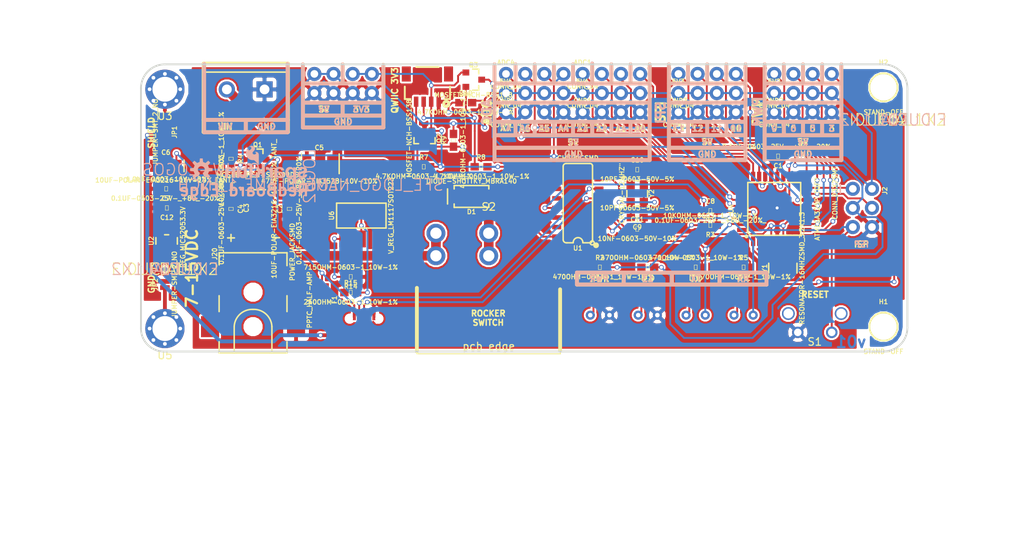
<source format=kicad_pcb>
(kicad_pcb (version 4) (host pcbnew 4.0.7)
  (layers (0 F.Cu signal) (31 B.Cu signal) (34 B.Paste user) (35 F.Paste user) (36 B.SilkS user) (37 F.SilkS user) (38 B.Mask user) (39 F.Mask user) (44 Edge.Cuts user))
  (net 0 "")
  (net 1 /AREF)
  (net 2 GND)
  (net 3 5V)
  (net 4 VIN)
  (net 5 3.3V)
  (net 6 /DTR)
  (net 7 /RESET)
  (net 8 "Net-(C10-Pad1)")
  (net 9 "Net-(C11-Pad1)")
  (net 10 "Net-(D1-PadA)")
  (net 11 /RXI)
  (net 12 "Net-(D2-Pad2)")
  (net 13 /TXO)
  (net 14 "Net-(D3-Pad2)")
  (net 15 "Net-(J4-PadD+)")
  (net 16 "Net-(J4-PadD-)")
  (net 17 /USBVCC)
  (net 18 /SCK)
  (net 19 "Net-(U1-Pad10)")
  (net 20 "Net-(U1-Pad11)")
  (net 21 "Net-(U1-Pad12)")
  (net 22 "Net-(U1-Pad14)")
  (net 23 "Net-(U1-Pad15)")
  (net 24 "Net-(U2-Pad4)")
  (net 25 /IO4)
  (net 26 "Net-(U4-Pad7)")
  (net 27 "Net-(U4-Pad8)")
  (net 28 /IO7)
  (net 29 /IO8)
  (net 30 /SS)
  (net 31 /MOSI)
  (net 32 /MISO)
  (net 33 /AD0)
  (net 34 /AD1)
  (net 35 /AD2)
  (net 36 /AD3)
  (net 37 /IO2)
  (net 38 /AD7)
  (net 39 /AD6)
  (net 40 /PWM9)
  (net 41 /PWM6)
  (net 42 /PWM5)
  (net 43 /PWM3)
  (net 44 /SDA)
  (net 45 /SCL)
  (net 46 /HI_SCL)
  (net 47 /HI_SDA)
  (net 48 "Net-(D4-Pad2)")
  (net 49 "Net-(D5-Pad2)")
  (net 50 /usb_shield)
  (net 51 "Net-(JP1-Pad1)")
  (net 52 "Net-(J4-PadID)")
  (net 53 "Net-(J20-PadP$4)")
  (net 54 "Net-(J20-PadVIN0)")
  (net 55 "Net-(U4-Pad17)")
  (net 56 "Net-(R14-Pad2)")
  (net 57 "Net-(F1-Pad2)")
  (net 58 "Net-(JP2-Pad1)")
  (net 59 "Net-(C9-Pad2)")
  (module Connectors:USB-B-MICRO-SMD (layer F.Cu) (at 130.5433 115.189 90)
    (fp_text reference J4)
    (fp_text value USB_MICRO-B_FEMALE-SMT)
    (pad D+ smd rect (at 2.72288 0 180) (size 0.39878 1.4478) (layers F.Cu F.Paste F.Mask) (net 15 "Net-(J4-PadD+)"))
    (pad D- smd rect (at 2.72288 -0.6477 180) (size 0.39878 1.4478) (layers F.Cu F.Paste F.Mask) (net 16 "Net-(J4-PadD-)"))
    (pad GND smd rect (at 2.72288 1.29794 180) (size 0.39878 1.4478) (layers F.Cu F.Paste F.Mask) (net 2 GND))
    (pad ID smd rect (at 2.72288 0.6477 180) (size 0.39878 1.4478) (layers F.Cu F.Paste F.Mask) (net 52 "Net-(J4-PadID)"))
    (pad SHIE smd rect (at 0 -3.683 180) (size 1.79832 1.4986) (layers F.Cu F.Paste F.Mask) (net 50 /usb_shield))
    (pad SHIE smd rect (at 0 3.683 180) (size 1.79832 1.4986) (layers F.Cu F.Paste F.Mask) (net 50 /usb_shield))
    (pad SHIE smd rect (at 0 0 180) (size 2.49936 1.4986) (layers F.Cu F.Paste F.Mask) (net 50 /usb_shield))
    (pad VBUS smd rect (at 2.72288 -1.29794 180) (size 0.39878 1.4478) (layers F.Cu F.Paste F.Mask) (net 57 "Net-(F1-Pad2)"))
    (pad "" np_thru_hole circle (at 2.19964 -1.89992 90) (size 0.84836 0.84836) (drill 0.84836) (layers *.Cu *.Mask))
    (pad "" np_thru_hole circle (at 2.19964 1.89992 90) (size 0.84836 0.84836) (drill 0.84836) (layers *.Cu *.Mask))
  )
  (module Connectors:1X04 (layer F.Cu) (at 184.912 80.518)
    (fp_text reference PWM1)
    (fp_text value CONN_04)
    (pad 1 thru_hole circle (at 0 0) (size 1.8796 1.8796) (drill 1.016) (layers *.Cu *.Mask) (net 40 /PWM9))
    (pad 2 thru_hole circle (at 2.54 0) (size 1.8796 1.8796) (drill 1.016) (layers *.Cu *.Mask) (net 41 /PWM6))
    (pad 3 thru_hole circle (at 5.08 0) (size 1.8796 1.8796) (drill 1.016) (layers *.Cu *.Mask) (net 42 /PWM5))
    (pad 4 thru_hole circle (at 7.62 0) (size 1.8796 1.8796) (drill 1.016) (layers *.Cu *.Mask) (net 43 /PWM3))
  )
  (module Connectors:1X04 (layer F.Cu) (at 172.212 80.518)
    (fp_text reference SPI1)
    (fp_text value CONN_04)
    (pad 1 thru_hole circle (at 0 0) (size 1.8796 1.8796) (drill 1.016) (layers *.Cu *.Mask) (net 18 /SCK))
    (pad 2 thru_hole circle (at 2.54 0) (size 1.8796 1.8796) (drill 1.016) (layers *.Cu *.Mask) (net 32 /MISO))
    (pad 3 thru_hole circle (at 5.08 0) (size 1.8796 1.8796) (drill 1.016) (layers *.Cu *.Mask) (net 31 /MOSI))
    (pad 4 thru_hole circle (at 7.62 0) (size 1.8796 1.8796) (drill 1.016) (layers *.Cu *.Mask) (net 30 /SS))
  )
  (module Connectors:1X04 (layer F.Cu) (at 123.952 83.058)
    (fp_text reference J6)
    (fp_text value CONN_04)
    (pad 1 thru_hole circle (at 0 0) (size 1.8796 1.8796) (drill 1.016) (layers *.Cu *.Mask) (net 2 GND))
    (pad 2 thru_hole circle (at 2.54 0) (size 1.8796 1.8796) (drill 1.016) (layers *.Cu *.Mask) (net 2 GND))
    (pad 3 thru_hole circle (at 5.08 0) (size 1.8796 1.8796) (drill 1.016) (layers *.Cu *.Mask) (net 2 GND))
    (pad 4 thru_hole circle (at 7.62 0) (size 1.8796 1.8796) (drill 1.016) (layers *.Cu *.Mask) (net 2 GND))
  )
  (module Connectors:1X04 (layer F.Cu) (at 131.572 80.518 180)
    (fp_text reference J5)
    (fp_text value CONN_04)
    (pad 1 thru_hole circle (at 0 0 180) (size 1.8796 1.8796) (drill 1.016) (layers *.Cu *.Mask) (net 5 3.3V))
    (pad 2 thru_hole circle (at 2.54 0 180) (size 1.8796 1.8796) (drill 1.016) (layers *.Cu *.Mask) (net 5 3.3V))
    (pad 3 thru_hole circle (at 5.08 0 180) (size 1.8796 1.8796) (drill 1.016) (layers *.Cu *.Mask) (net 3 5V))
    (pad 4 thru_hole circle (at 7.62 0 180) (size 1.8796 1.8796) (drill 1.016) (layers *.Cu *.Mask) (net 3 5V))
  )
  (module SparkX:SparkX-1X04_1MM_RA (layer F.Cu) (at 138.938 84.201 180)
    (fp_text reference J17)
    (fp_text value QWIIC_CONNECTORJS-1MM)
    (pad 1 smd rect (at -1.4986 0 180) (size 0.59944 1.34874) (layers F.Cu F.Paste F.Mask) (net 2 GND))
    (pad 2 smd rect (at -0.49784 0 180) (size 0.59944 1.34874) (layers F.Cu F.Paste F.Mask) (net 5 3.3V))
    (pad 3 smd rect (at 0.49784 0 180) (size 0.59944 1.34874) (layers F.Cu F.Paste F.Mask) (net 44 /SDA))
    (pad 4 smd rect (at 1.4986 0 180) (size 0.59944 1.34874) (layers F.Cu F.Paste F.Mask) (net 45 /SCL))
    (pad NC1 smd rect (at 2.79908 3.67284 180) (size 1.19888 1.99898) (layers F.Cu F.Paste F.Mask))
    (pad NC2 smd rect (at -2.79908 3.67284 180) (size 1.19888 1.99898) (layers F.Cu F.Paste F.Mask))
  )
  (module Connectors:SCREWTERMINAL-5MM-2 (layer F.Cu) (at 117.348 82.5754 180)
    (fp_text reference J1)
    (fp_text value CONN_025MM)
    (pad 1 thru_hole rect (at 0 0 180) (size 2.15 2.15) (drill 1.29794) (layers *.Cu *.Mask) (net 2 GND))
    (pad 2 thru_hole circle (at 4.99872 0 180) (size 2.15 2.15) (drill 1.29794) (layers *.Cu *.Mask) (net 4 VIN))
  )
  (module Connectors:2X3-NS (layer F.Cu) (at 196.596 98.298 270)
    (fp_text reference J2 (at -2.286 -2.9718 270) (layer F.SilkS) (effects (font (size 0.6096 0.6096) (thickness 0.127))))
    (fp_text value CONN_03X2SMT (at -1.9812 3.62966 270) (layer F.SilkS) (effects (font (size 0.6096 0.6096) (thickness 0.127))))
    (pad 1 thru_hole circle (at -2.54 1.27 270) (size 1.8796 1.8796) (drill 1.016) (layers *.Cu *.Mask) (net 32 /MISO))
    (pad 2 thru_hole circle (at -2.54 -1.27 270) (size 1.8796 1.8796) (drill 1.016) (layers *.Cu *.Mask) (net 3 5V))
    (pad 3 thru_hole circle (at 0 1.27 270) (size 1.8796 1.8796) (drill 1.016) (layers *.Cu *.Mask) (net 18 /SCK))
    (pad 4 thru_hole circle (at 0 -1.27 270) (size 1.8796 1.8796) (drill 1.016) (layers *.Cu *.Mask) (net 31 /MOSI))
    (pad 5 thru_hole circle (at 2.54 1.27 270) (size 1.8796 1.8796) (drill 1.016) (layers *.Cu *.Mask) (net 7 /RESET))
    (pad 6 thru_hole circle (at 2.54 -1.27 270) (size 1.8796 1.8796) (drill 1.016) (layers *.Cu *.Mask) (net 2 GND))
  )
  (module Aesthetics:FIDUCIAL-MICRO (layer B.Cu) (at 200.66 86.614)
    (fp_text reference FD1 (at 0 0) (layer B.SilkS) (effects (justify mirror)))
    (fp_text value FIDUCIAL1X2 (at 0 0) (layer B.SilkS) (effects (justify mirror)))
    (pad 1 smd circle (at 0 0) (size 0.635 0.635) (layers B.Cu B.Paste B.Mask))
  )
  (module Aesthetics:FIDUCIAL-MICRO (layer F.Cu) (at 200.66 86.614)
    (fp_text reference FD2 (at 0 0) (layer F.SilkS))
    (fp_text value FIDUCIAL1X2 (at 0 0) (layer F.SilkS))
    (pad 1 smd circle (at 0 0) (size 0.635 0.635) (layers F.Cu F.Paste F.Mask))
  )
  (module Aesthetics:FIDUCIAL-MICRO (layer F.Cu) (at 104.14 106.426)
    (fp_text reference FD3 (at 0 0) (layer F.SilkS))
    (fp_text value FIDUCIAL1X2 (at 0 0) (layer F.SilkS))
    (pad 1 smd circle (at 0 0) (size 0.635 0.635) (layers F.Cu F.Paste F.Mask))
  )
  (module Aesthetics:FIDUCIAL-MICRO (layer B.Cu) (at 104.14 106.426)
    (fp_text reference FD4 (at 0 0) (layer B.SilkS) (effects (justify mirror)))
    (fp_text value FIDUCIAL1X2 (at 0 0) (layer B.SilkS) (effects (justify mirror)))
    (pad 1 smd circle (at 0 0) (size 0.635 0.635) (layers B.Cu B.Paste B.Mask))
  )
  (module Hardware:STAND-OFF-TIGHT (layer F.Cu) (at 199.39 114.046)
    (fp_text reference H1 (at 0 -3.302) (layer F.SilkS) (effects (font (size 0.6096 0.6096) (thickness 0.127))))
    (fp_text value STAND-OFF (at 0 3.302) (layer F.SilkS) (effects (font (size 0.6096 0.6096) (thickness 0.127))))
    (pad "" np_thru_hole circle (at 0 0) (size 3.048 3.048) (drill 3.048) (layers *.Cu *.Mask))
  )
  (module Hardware:STAND-OFF-TIGHT (layer F.Cu) (at 199.39 82.296)
    (fp_text reference H2 (at 0 -3.302) (layer F.SilkS) (effects (font (size 0.6096 0.6096) (thickness 0.127))))
    (fp_text value STAND-OFF (at 0 3.302) (layer F.SilkS) (effects (font (size 0.6096 0.6096) (thickness 0.127))))
    (pad "" np_thru_hole circle (at 0 0) (size 3.048 3.048) (drill 3.048) (layers *.Cu *.Mask))
  )
  (module Capacitors:0603 (layer F.Cu) (at 185.42 91.44 180)
    (fp_text reference C1 (at 0 -1.27 180) (layer F.SilkS) (effects (font (size 0.6096 0.6096) (thickness 0.127))))
    (fp_text value 0.1UF-0603-25V-_+80_-20%_ (at 0 1.27 180) (layer F.SilkS) (effects (font (size 0.6096 0.6096) (thickness 0.127))))
    (pad 1 smd rect (at -0.84836 0 180) (size 1.09982 0.99822) (layers F.Cu F.Paste F.Mask) (net 1 /AREF))
    (pad 2 smd rect (at 0.84836 0 180) (size 1.09982 0.99822) (layers F.Cu F.Paste F.Mask) (net 2 GND))
  )
  (module Capacitors:0603 (layer F.Cu) (at 120.65 98.425 90)
    (fp_text reference C2 (at 0 -1.27 90) (layer F.SilkS) (effects (font (size 0.6096 0.6096) (thickness 0.127))))
    (fp_text value 0.1UF-0603-25V-_+80_-20%_ (at 0 1.27 90) (layer F.SilkS) (effects (font (size 0.6096 0.6096) (thickness 0.127))))
    (pad 1 smd rect (at -0.84836 0 90) (size 1.09982 0.99822) (layers F.Cu F.Paste F.Mask) (net 2 GND))
    (pad 2 smd rect (at 0.84836 0 90) (size 1.09982 0.99822) (layers F.Cu F.Paste F.Mask) (net 3 5V))
  )
  (module Capacitors:EIA3216 (layer F.Cu) (at 116.713 98.29546 90)
    (fp_text reference C3 (at 0 -1.778 90) (layer F.SilkS) (effects (font (size 0.6096 0.6096) (thickness 0.127))))
    (fp_text value 10UF-POLAR-EIA3216-16V-10%_TANT_ (at -0.127 1.905 90) (layer F.SilkS) (effects (font (size 0.6096 0.6096) (thickness 0.127))))
    (pad + smd rect (at 1.39954 0 180) (size 1.59766 1.39954) (layers F.Cu F.Paste F.Mask) (net 3 5V))
    (pad - smd rect (at -1.39954 0 180) (size 1.59766 1.39954) (layers F.Cu F.Paste F.Mask) (net 2 GND))
  )
  (module Capacitors:0603 (layer F.Cu) (at 112.903 98.425 270)
    (fp_text reference C4 (at 0 -1.27 270) (layer F.SilkS) (effects (font (size 0.6096 0.6096) (thickness 0.127))))
    (fp_text value 0.1UF-0603-25V-_+80_-20%_ (at 0 1.27 270) (layer F.SilkS) (effects (font (size 0.6096 0.6096) (thickness 0.127))))
    (pad 1 smd rect (at -0.84836 0 270) (size 1.09982 0.99822) (layers F.Cu F.Paste F.Mask) (net 3 5V))
    (pad 2 smd rect (at 0.84836 0 270) (size 1.09982 0.99822) (layers F.Cu F.Paste F.Mask) (net 2 GND))
  )
  (module Capacitors:EIA3528 (layer F.Cu) (at 124.60224 92.456)
    (fp_text reference C5 (at 0 -2.159) (layer F.SilkS) (effects (font (size 0.6096 0.6096) (thickness 0.127))))
    (fp_text value 47UF-POLAR-EIA3528-10V-10% (at 0 2.286) (layer F.SilkS) (effects (font (size 0.6096 0.6096) (thickness 0.127))))
    (pad A smd rect (at 1.64846 0 90) (size 2.49936 1.19888) (layers F.Cu F.Paste F.Mask) (net 4 VIN))
    (pad C smd rect (at -1.64846 0 90) (size 2.49936 1.19888) (layers F.Cu F.Paste F.Mask) (net 2 GND))
  )
  (module Capacitors:EIA3216 (layer F.Cu) (at 104.26446 92.71)
    (fp_text reference C6 (at 0 -1.778) (layer F.SilkS) (effects (font (size 0.6096 0.6096) (thickness 0.127))))
    (fp_text value 10UF-POLAR-EIA3216-16V-10%_TANT_ (at -0.127 1.905) (layer F.SilkS) (effects (font (size 0.6096 0.6096) (thickness 0.127))))
    (pad + smd rect (at 1.39954 0 90) (size 1.59766 1.39954) (layers F.Cu F.Paste F.Mask) (net 5 3.3V))
    (pad - smd rect (at -1.39954 0 90) (size 1.59766 1.39954) (layers F.Cu F.Paste F.Mask) (net 2 GND))
  )
  (module Capacitors:0603 (layer F.Cu) (at 104.30764 95.758 180)
    (fp_text reference C7 (at 0 -1.27 180) (layer F.SilkS) (effects (font (size 0.6096 0.6096) (thickness 0.127))))
    (fp_text value 1.0UF-0603-16V-10% (at 0 1.27 180) (layer F.SilkS) (effects (font (size 0.6096 0.6096) (thickness 0.127))))
    (pad 1 smd rect (at -0.84836 0 180) (size 1.09982 0.99822) (layers F.Cu F.Paste F.Mask) (net 5 3.3V))
    (pad 2 smd rect (at 0.84836 0 180) (size 1.09982 0.99822) (layers F.Cu F.Paste F.Mask) (net 2 GND))
  )
  (module Capacitors:0603 (layer F.Cu) (at 176.44364 98.679)
    (fp_text reference C8 (at 0 -1.27) (layer F.SilkS) (effects (font (size 0.6096 0.6096) (thickness 0.127))))
    (fp_text value 0.1UF-0603-25V-_+80_-20%_ (at 0 1.27) (layer F.SilkS) (effects (font (size 0.6096 0.6096) (thickness 0.127))))
    (pad 1 smd rect (at -0.84836 0) (size 1.09982 0.99822) (layers F.Cu F.Paste F.Mask) (net 6 /DTR))
    (pad 2 smd rect (at 0.84836 0) (size 1.09982 0.99822) (layers F.Cu F.Paste F.Mask) (net 7 /RESET))
  )
  (module Capacitors:0603 (layer F.Cu) (at 166.751 99.568 180)
    (fp_text reference C9 (at 0 -1.27 180) (layer F.SilkS) (effects (font (size 0.6096 0.6096) (thickness 0.127))))
    (fp_text value 10PF-0603-50V-5% (at 0 1.27 180) (layer F.SilkS) (effects (font (size 0.6096 0.6096) (thickness 0.127))))
    (pad 1 smd rect (at -0.84836 0 180) (size 1.09982 0.99822) (layers F.Cu F.Paste F.Mask) (net 2 GND))
    (pad 2 smd rect (at 0.84836 0 180) (size 1.09982 0.99822) (layers F.Cu F.Paste F.Mask) (net 59 "Net-(C9-Pad2)"))
  )
  (module Capacitors:0603 (layer F.Cu) (at 166.751 93.218)
    (fp_text reference C10 (at 0 -1.27) (layer F.SilkS) (effects (font (size 0.6096 0.6096) (thickness 0.127))))
    (fp_text value 10PF-0603-50V-5% (at 0 1.27) (layer F.SilkS) (effects (font (size 0.6096 0.6096) (thickness 0.127))))
    (pad 1 smd rect (at -0.84836 0) (size 1.09982 0.99822) (layers F.Cu F.Paste F.Mask) (net 8 "Net-(C10-Pad1)"))
    (pad 2 smd rect (at 0.84836 0) (size 1.09982 0.99822) (layers F.Cu F.Paste F.Mask) (net 2 GND))
  )
  (module Capacitors:0603 (layer F.Cu) (at 166.751 101.092)
    (fp_text reference C11 (at 0 -1.27) (layer F.SilkS) (effects (font (size 0.6096 0.6096) (thickness 0.127))))
    (fp_text value 10NF-0603-50V-10% (at 0 1.27) (layer F.SilkS) (effects (font (size 0.6096 0.6096) (thickness 0.127))))
    (pad 1 smd rect (at -0.84836 0) (size 1.09982 0.99822) (layers F.Cu F.Paste F.Mask) (net 9 "Net-(C11-Pad1)"))
    (pad 2 smd rect (at 0.84836 0) (size 1.09982 0.99822) (layers F.Cu F.Paste F.Mask) (net 2 GND))
  )
  (module Capacitors:0603 (layer F.Cu) (at 104.406 98.298 180)
    (fp_text reference C12 (at 0 -1.27 180) (layer F.SilkS) (effects (font (size 0.6096 0.6096) (thickness 0.127))))
    (fp_text value 0.1UF-0603-25V-_+80_-20%_ (at 0 1.27 180) (layer F.SilkS) (effects (font (size 0.6096 0.6096) (thickness 0.127))))
    (pad 1 smd rect (at -0.84836 0 180) (size 1.09982 0.99822) (layers F.Cu F.Paste F.Mask) (net 5 3.3V))
    (pad 2 smd rect (at 0.84836 0 180) (size 1.09982 0.99822) (layers F.Cu F.Paste F.Mask) (net 2 GND))
  )
  (module Silicon-Standard:SMA-DIODE (layer F.Cu) (at 144.78 96.774 180)
    (fp_text reference D1 (at 0 -2.032 180) (layer F.SilkS) (effects (font (size 0.6096 0.6096) (thickness 0.127))))
    (fp_text value DIODE-SHOTTKY_MBRA140 (at 0 2.032 180) (layer F.SilkS) (effects (font (size 0.6096 0.6096) (thickness 0.127))))
    (pad A smd rect (at -2.14884 0) (size 1.27 1.46812) (layers F.Cu F.Paste F.Mask) (net 10 "Net-(D1-PadA)"))
    (pad C smd rect (at 2.14884 0 180) (size 1.27 1.46812) (layers F.Cu F.Paste F.Mask) (net 4 VIN))
  )
  (module LED:LED_550_T1-.75_RT_ANG_PCB (layer F.Cu) (at 180.848 112.522)
    (fp_text reference D2 (at 0 -5.08) (layer F.SilkS))
    (fp_text value SPARKFUN-LED_LED-YELLOW-550)
    (pad 1 thru_hole circle (at 1.27 0) (size 1.2 1.2) (drill 0.6) (layers *.Cu *.Mask) (net 11 /RXI))
    (pad 2 thru_hole circle (at -1.27 0) (size 1.2 1.2) (drill 0.6) (layers *.Cu *.Mask) (net 12 "Net-(D2-Pad2)"))
  )
  (module LED:LED_550_T1-.75_RT_ANG_PCB (layer F.Cu) (at 174.498 112.522)
    (fp_text reference D3 (at 0 -5.08) (layer F.SilkS))
    (fp_text value SPARKFUN-LED_LED-GREEN-550)
    (pad 1 thru_hole circle (at 1.27 0) (size 1.2 1.2) (drill 0.6) (layers *.Cu *.Mask) (net 13 /TXO))
    (pad 2 thru_hole circle (at -1.27 0) (size 1.2 1.2) (drill 0.6) (layers *.Cu *.Mask) (net 14 "Net-(D3-Pad2)"))
  )
  (module LED:LED_550_T1-.75_RT_ANG_PCB (layer F.Cu) (at 161.798 112.522)
    (fp_text reference D4 (at 0 -5.08) (layer F.SilkS))
    (fp_text value SPARKFUN-LED_LED-RED-550)
    (pad 1 thru_hole circle (at 1.27 0) (size 1.2 1.2) (drill 0.6) (layers *.Cu *.Mask) (net 2 GND))
    (pad 2 thru_hole circle (at -1.27 0) (size 1.2 1.2) (drill 0.6) (layers *.Cu *.Mask) (net 48 "Net-(D4-Pad2)"))
  )
  (module LED:LED_550_T1-.75_RT_ANG_PCB (layer F.Cu) (at 168.148 112.522)
    (fp_text reference D5 (at 0 -5.08) (layer F.SilkS))
    (fp_text value SPARKFUN-LED_LED-YELLOW-550)
    (pad 1 thru_hole circle (at 1.27 0) (size 1.2 1.2) (drill 0.6) (layers *.Cu *.Mask) (net 2 GND))
    (pad 2 thru_hole circle (at -1.27 0) (size 1.2 1.2) (drill 0.6) (layers *.Cu *.Mask) (net 49 "Net-(D5-Pad2)"))
  )
  (module Fuses:1206 (layer F.Cu) (at 124.968 110.49 270)
    (fp_text reference F1 (at 0 -1.651 270) (layer F.SilkS) (effects (font (size 0.6096 0.6096) (thickness 0.127))))
    (fp_text value PPTC_HALF-AMP (at 0 1.651 270) (layer F.SilkS) (effects (font (size 0.6096 0.6096) (thickness 0.127))))
    (pad 1 smd rect (at -1.39954 0 270) (size 1.59766 1.79832) (layers F.Cu F.Paste F.Mask) (net 17 /USBVCC))
    (pad 2 smd rect (at 1.39954 0 270) (size 1.59766 1.79832) (layers F.Cu F.Paste F.Mask) (net 57 "Net-(F1-Pad2)"))
  )
  (module Jumpers:SMT-JUMPER_2_NO_NO-SILK (layer F.Cu) (at 104.14 88.2396 270)
    (fp_text reference JP1 (at 0 -1.27 270) (layer F.SilkS) (effects (font (size 0.6096 0.6096) (thickness 0.127))))
    (fp_text value JUMPER-SMT_2_NO (at 0 1.27 270) (layer F.SilkS) (effects (font (size 0.6096 0.6096) (thickness 0.127))))
    (pad 1 smd rect (at -0.4064 0 270) (size 0.635 1.27) (layers F.Cu F.Mask) (net 51 "Net-(JP1-Pad1)"))
    (pad 2 smd rect (at 0.4064 0 270) (size 0.635 1.27) (layers F.Cu F.Mask) (net 50 /usb_shield))
  )
  (module Jumpers:SMT-JUMPER_2_NO_NO-SILK (layer F.Cu) (at 104.14 108.458 90)
    (fp_text reference JP2 (at 0 -1.27 90) (layer F.SilkS) (effects (font (size 0.6096 0.6096) (thickness 0.127))))
    (fp_text value JUMPER-SMT_2_NO (at 0 1.27 90) (layer F.SilkS) (effects (font (size 0.6096 0.6096) (thickness 0.127))))
    (pad 1 smd rect (at -0.4064 0 90) (size 0.635 1.27) (layers F.Cu F.Mask) (net 58 "Net-(JP2-Pad1)"))
    (pad 2 smd rect (at 0.4064 0 90) (size 0.635 1.27) (layers F.Cu F.Mask) (net 2 GND))
  )
  (module Silicon-Standard:SOT23-3 (layer F.Cu) (at 116.44122 91.88196 270)
    (fp_text reference Q1 (at -1.9558 0 360) (layer F.SilkS) (effects (font (size 0.6096 0.6096) (thickness 0.127))))
    (fp_text value MOSFET_PCH-SI2309DS (at 2.032 0 360) (layer F.SilkS) (effects (font (size 0.6096 0.6096) (thickness 0.127))))
    (pad 1 smd rect (at -0.94996 0.99822 270) (size 0.79756 0.89916) (layers F.Cu F.Paste F.Mask) (net 53 "Net-(J20-PadP$4)"))
    (pad 2 smd rect (at 0.94996 0.99822 270) (size 0.79756 0.89916) (layers F.Cu F.Paste F.Mask) (net 3 5V))
    (pad 3 smd rect (at 0 -1.09982 270) (size 0.79756 0.89916) (layers F.Cu F.Paste F.Mask) (net 17 /USBVCC))
  )
  (module Silicon-Standard:SOT23-3 (layer F.Cu) (at 138.557 89.07272 180)
    (fp_text reference Q2 (at -1.9558 0 270) (layer F.SilkS) (effects (font (size 0.6096 0.6096) (thickness 0.127))))
    (fp_text value MOSFET-NCH-BSS138 (at 2.032 0 270) (layer F.SilkS) (effects (font (size 0.6096 0.6096) (thickness 0.127))))
    (pad 1 smd rect (at -0.94996 0.99822 180) (size 0.79756 0.89916) (layers F.Cu F.Paste F.Mask) (net 5 3.3V))
    (pad 2 smd rect (at 0.94996 0.99822 180) (size 0.79756 0.89916) (layers F.Cu F.Paste F.Mask) (net 45 /SCL))
    (pad 3 smd rect (at 0 -1.09982 180) (size 0.79756 0.89916) (layers F.Cu F.Paste F.Mask) (net 46 /HI_SCL))
  )
  (module Resistors:0603 (layer F.Cu) (at 168.148 106.172 180)
    (fp_text reference R1 (at 0 -1.27 180) (layer F.SilkS) (effects (font (size 0.6096 0.6096) (thickness 0.127))))
    (fp_text value 470OHM-0603-1_10W-1% (at 0 1.27 180) (layer F.SilkS) (effects (font (size 0.6096 0.6096) (thickness 0.127))))
    (pad 1 smd rect (at -0.84836 0 180) (size 1.09982 0.99822) (layers F.Cu F.Paste F.Mask) (net 18 /SCK))
    (pad 2 smd rect (at 0.84836 0 180) (size 1.09982 0.99822) (layers F.Cu F.Paste F.Mask) (net 49 "Net-(D5-Pad2)"))
  )
  (module Resistors:0603 (layer F.Cu) (at 161.798 106.172)
    (fp_text reference R2 (at 0 -1.27) (layer F.SilkS) (effects (font (size 0.6096 0.6096) (thickness 0.127))))
    (fp_text value 470OHM-0603-1_10W-1% (at 0 1.27) (layer F.SilkS) (effects (font (size 0.6096 0.6096) (thickness 0.127))))
    (pad 1 smd rect (at -0.84836 0) (size 1.09982 0.99822) (layers F.Cu F.Paste F.Mask) (net 48 "Net-(D4-Pad2)"))
    (pad 2 smd rect (at 0.84836 0) (size 1.09982 0.99822) (layers F.Cu F.Paste F.Mask) (net 3 5V))
  )
  (module Resistors:0603 (layer F.Cu) (at 176.44364 100.584 180)
    (fp_text reference R3 (at 0 -1.27 180) (layer F.SilkS) (effects (font (size 0.6096 0.6096) (thickness 0.127))))
    (fp_text value 10KOHM-0603-1_10W-1% (at 0 1.27 180) (layer F.SilkS) (effects (font (size 0.6096 0.6096) (thickness 0.127))))
    (pad 1 smd rect (at -0.84836 0 180) (size 1.09982 0.99822) (layers F.Cu F.Paste F.Mask) (net 7 /RESET))
    (pad 2 smd rect (at 0.84836 0 180) (size 1.09982 0.99822) (layers F.Cu F.Paste F.Mask) (net 3 5V))
  )
  (module Resistors:0603 (layer F.Cu) (at 112.903 91.78036 270)
    (fp_text reference R4 (at 0 -1.27 270) (layer F.SilkS) (effects (font (size 0.6096 0.6096) (thickness 0.127))))
    (fp_text value 10KOHM-0603-1_10W-1% (at 0 1.27 270) (layer F.SilkS) (effects (font (size 0.6096 0.6096) (thickness 0.127))))
    (pad 1 smd rect (at -0.84836 0 270) (size 1.09982 0.99822) (layers F.Cu F.Paste F.Mask) (net 53 "Net-(J20-PadP$4)"))
    (pad 2 smd rect (at 0.84836 0 270) (size 1.09982 0.99822) (layers F.Cu F.Paste F.Mask) (net 3 5V))
  )
  (module Resistors:0603 (layer F.Cu) (at 180.848 106.172)
    (fp_text reference R5 (at 0 -1.27) (layer F.SilkS) (effects (font (size 0.6096 0.6096) (thickness 0.127))))
    (fp_text value 470OHM-0603-1_10W-1% (at 0 1.27) (layer F.SilkS) (effects (font (size 0.6096 0.6096) (thickness 0.127))))
    (pad 1 smd rect (at -0.84836 0) (size 1.09982 0.99822) (layers F.Cu F.Paste F.Mask) (net 12 "Net-(D2-Pad2)"))
    (pad 2 smd rect (at 0.84836 0) (size 1.09982 0.99822) (layers F.Cu F.Paste F.Mask) (net 5 3.3V))
  )
  (module Resistors:0603 (layer F.Cu) (at 174.498 106.172 180)
    (fp_text reference R6 (at 0 -1.27 180) (layer F.SilkS) (effects (font (size 0.6096 0.6096) (thickness 0.127))))
    (fp_text value 470OHM-0603-1_10W-1% (at 0 1.27 180) (layer F.SilkS) (effects (font (size 0.6096 0.6096) (thickness 0.127))))
    (pad 1 smd rect (at -0.84836 0 180) (size 1.09982 0.99822) (layers F.Cu F.Paste F.Mask) (net 5 3.3V))
    (pad 2 smd rect (at 0.84836 0 180) (size 1.09982 0.99822) (layers F.Cu F.Paste F.Mask) (net 14 "Net-(D3-Pad2)"))
  )
  (module Resistors:0603 (layer F.Cu) (at 138.4554 92.837)
    (fp_text reference R7 (at 0 -1.27) (layer F.SilkS) (effects (font (size 0.6096 0.6096) (thickness 0.127))))
    (fp_text value 4.7KOHM-0603-1_10W-1% (at 0 1.27) (layer F.SilkS) (effects (font (size 0.6096 0.6096) (thickness 0.127))))
    (pad 1 smd rect (at -0.84836 0) (size 1.09982 0.99822) (layers F.Cu F.Paste F.Mask) (net 45 /SCL))
    (pad 2 smd rect (at 0.84836 0) (size 1.09982 0.99822) (layers F.Cu F.Paste F.Mask) (net 5 3.3V))
  )
  (module Resistors:0603 (layer F.Cu) (at 142.3924 89.32164 90)
    (fp_text reference R9 (at 0 -1.27 90) (layer F.SilkS) (effects (font (size 0.6096 0.6096) (thickness 0.127))))
    (fp_text value 4.7KOHM-0603-1_10W-1% (at 0 1.27 90) (layer F.SilkS) (effects (font (size 0.6096 0.6096) (thickness 0.127))))
    (pad 1 smd rect (at -0.84836 0 90) (size 1.09982 0.99822) (layers F.Cu F.Paste F.Mask) (net 46 /HI_SCL))
    (pad 2 smd rect (at 0.84836 0 90) (size 1.09982 0.99822) (layers F.Cu F.Paste F.Mask) (net 3 5V))
  )
  (module Resistors:0603 (layer F.Cu) (at 128.778 107.442 180)
    (fp_text reference R14 (at 0 -1.27 180) (layer F.SilkS) (effects (font (size 0.6096 0.6096) (thickness 0.127))))
    (fp_text value 715OHM-0603-1_10W-1% (at 0 1.27 180) (layer F.SilkS) (effects (font (size 0.6096 0.6096) (thickness 0.127))))
    (pad 1 smd rect (at -0.84836 0 180) (size 1.09982 0.99822) (layers F.Cu F.Paste F.Mask) (net 2 GND))
    (pad 2 smd rect (at 0.84836 0 180) (size 1.09982 0.99822) (layers F.Cu F.Paste F.Mask) (net 56 "Net-(R14-Pad2)"))
  )
  (module Resistors:0603 (layer F.Cu) (at 128.778 109.5248)
    (fp_text reference R15 (at 0 -1.27) (layer F.SilkS) (effects (font (size 0.6096 0.6096) (thickness 0.127))))
    (fp_text value 240OHM-0603-1_10W-1% (at 0 1.27) (layer F.SilkS) (effects (font (size 0.6096 0.6096) (thickness 0.127))))
    (pad 1 smd rect (at -0.84836 0) (size 1.09982 0.99822) (layers F.Cu F.Paste F.Mask) (net 56 "Net-(R14-Pad2)"))
    (pad 2 smd rect (at 0.84836 0) (size 1.09982 0.99822) (layers F.Cu F.Paste F.Mask) (net 3 5V))
  )
  (module Switches:RockerSwitch_RA (layer F.Cu) (at 147.066 117.648 180)
    (fp_text reference S2 (at 0 19.5 180) (layer F.SilkS))
    (fp_text value ROCKER_SWITCH-SPST_PTH_RIGHT_ANGLE)
    (fp_text user "pcb edge" (at 0 1 180) (layer F.SilkS))
    (pad 1 thru_hole circle (at 0 16 180) (size 2.5 2.5) (drill 1.5) (layers *.Cu *.Mask) (net 10 "Net-(D1-PadA)"))
    (pad 2 thru_hole circle (at 7 16 180) (size 2.5 2.5) (drill 1.5) (layers *.Cu *.Mask) (net 54 "Net-(J20-PadVIN0)"))
    (pad 1 thru_hole circle (at 0 13 180) (size 2.5 2.5) (drill 1.5) (layers *.Cu *.Mask) (net 10 "Net-(D1-PadA)"))
    (pad 2 thru_hole circle (at 7 13 180) (size 2.5 2.5) (drill 1.5) (layers *.Cu *.Mask) (net 54 "Net-(J20-PadVIN0)"))
  )
  (module Silicon-Standard:SO16 (layer F.Cu) (at 158.877 97.663 90)
    (fp_text reference U1 (at -5.969 0 180) (layer F.SilkS) (effects (font (size 0.6096 0.6096) (thickness 0.127))))
    (fp_text value CH340GSMD (at 5.969 0 180) (layer F.SilkS) (effects (font (size 0.6096 0.6096) (thickness 0.127))))
    (pad 1 smd rect (at -4.445 2.79908 90) (size 0.59944 1.19888) (layers F.Cu F.Paste F.Mask) (net 2 GND))
    (pad 2 smd rect (at -3.175 2.79908 90) (size 0.59944 1.19888) (layers F.Cu F.Paste F.Mask) (net 11 /RXI))
    (pad 3 smd rect (at -1.905 2.79908 90) (size 0.59944 1.19888) (layers F.Cu F.Paste F.Mask) (net 13 /TXO))
    (pad 4 smd rect (at -0.635 2.79908 90) (size 0.59944 1.19888) (layers F.Cu F.Paste F.Mask) (net 9 "Net-(C11-Pad1)"))
    (pad 5 smd rect (at 0.635 2.79908 90) (size 0.59944 1.19888) (layers F.Cu F.Paste F.Mask) (net 15 "Net-(J4-PadD+)"))
    (pad 6 smd rect (at 1.905 2.79908 90) (size 0.59944 1.19888) (layers F.Cu F.Paste F.Mask) (net 16 "Net-(J4-PadD-)"))
    (pad 7 smd rect (at 3.175 2.79908 90) (size 0.59944 1.19888) (layers F.Cu F.Paste F.Mask) (net 59 "Net-(C9-Pad2)"))
    (pad 8 smd rect (at 4.445 2.79908 90) (size 0.59944 1.19888) (layers F.Cu F.Paste F.Mask) (net 8 "Net-(C10-Pad1)"))
    (pad 9 smd rect (at 4.445 -2.79908 90) (size 0.59944 1.19888) (layers F.Cu F.Paste F.Mask) (net 2 GND))
    (pad 10 smd rect (at 3.175 -2.79908 90) (size 0.59944 1.19888) (layers F.Cu F.Paste F.Mask) (net 19 "Net-(U1-Pad10)"))
    (pad 11 smd rect (at 1.905 -2.79908 90) (size 0.59944 1.19888) (layers F.Cu F.Paste F.Mask) (net 20 "Net-(U1-Pad11)"))
    (pad 12 smd rect (at 0.635 -2.79908 90) (size 0.59944 1.19888) (layers F.Cu F.Paste F.Mask) (net 21 "Net-(U1-Pad12)"))
    (pad 13 smd rect (at -0.635 -2.79908 90) (size 0.59944 1.19888) (layers F.Cu F.Paste F.Mask) (net 6 /DTR))
    (pad 14 smd rect (at -1.905 -2.79908 90) (size 0.59944 1.19888) (layers F.Cu F.Paste F.Mask) (net 22 "Net-(U1-Pad14)"))
    (pad 15 smd rect (at -3.175 -2.79908 90) (size 0.59944 1.19888) (layers F.Cu F.Paste F.Mask) (net 23 "Net-(U1-Pad15)"))
    (pad 16 smd rect (at -4.445 -2.79908 90) (size 0.59944 1.19888) (layers F.Cu F.Paste F.Mask) (net 5 3.3V))
  )
  (module Silicon-Standard:SOT23-5 (layer F.Cu) (at 104.3686 102.6668)
    (fp_text reference U2 (at -2.032 0 90) (layer F.SilkS) (effects (font (size 0.6096 0.6096) (thickness 0.127))))
    (fp_text value V_REG_MIC52053.3V (at 2.159 0 90) (layer F.SilkS) (effects (font (size 0.6096 0.6096) (thickness 0.127))))
    (pad 1 smd rect (at -0.94996 1.29794) (size 0.54864 1.19888) (layers F.Cu F.Paste F.Mask) (net 3 5V))
    (pad 2 smd rect (at 0 1.29794) (size 0.54864 1.19888) (layers F.Cu F.Paste F.Mask) (net 2 GND))
    (pad 3 smd rect (at 0.94996 1.29794) (size 0.54864 1.19888) (layers F.Cu F.Paste F.Mask) (net 3 5V))
    (pad 4 smd rect (at 0.94996 -1.29794) (size 0.54864 1.19888) (layers F.Cu F.Paste F.Mask) (net 24 "Net-(U2-Pad4)"))
    (pad 5 smd rect (at -0.94996 -1.29794) (size 0.54864 1.19888) (layers F.Cu F.Paste F.Mask) (net 5 3.3V))
  )
  (module Hardware:STANDOFF_GROUNDING (layer F.Cu) (at 104.14 82.55)
    (fp_text reference U3 (at 0 3.556) (layer F.SilkS))
    (fp_text value Standoff_Grounding)
    (pad 1 thru_hole circle (at 0 0) (size 5.2 5.2) (drill 3.302) (layers *.Cu *.Mask) (net 51 "Net-(JP1-Pad1)"))
    (pad 1 thru_hole circle (at 2.032 0) (size 0.5 0.5) (drill 0.5) (layers *.Cu *.Mask) (net 51 "Net-(JP1-Pad1)"))
    (pad 1 thru_hole circle (at -2.032 0) (size 0.5 0.5) (drill 0.5) (layers *.Cu *.Mask) (net 51 "Net-(JP1-Pad1)"))
    (pad 1 thru_hole circle (at 0 -2.032) (size 0.5 0.5) (drill 0.5) (layers *.Cu *.Mask) (net 51 "Net-(JP1-Pad1)"))
    (pad 1 thru_hole circle (at 0 2.032) (size 0.5 0.5) (drill 0.5) (layers *.Cu *.Mask) (net 51 "Net-(JP1-Pad1)"))
    (pad 1 thru_hole circle (at 1.524 1.524) (size 0.5 0.5) (drill 0.5) (layers *.Cu *.Mask) (net 51 "Net-(JP1-Pad1)"))
    (pad 1 thru_hole circle (at 1.524 -1.524) (size 0.5 0.5) (drill 0.5) (layers *.Cu *.Mask) (net 51 "Net-(JP1-Pad1)"))
    (pad 1 thru_hole circle (at -1.524 -1.524) (size 0.5 0.5) (drill 0.5) (layers *.Cu *.Mask) (net 51 "Net-(JP1-Pad1)"))
    (pad 1 thru_hole circle (at -1.524 1.524) (size 0.5 0.5) (drill 0.5) (layers *.Cu *.Mask) (net 51 "Net-(JP1-Pad1)"))
  )
  (module Silicon-Standard:TQFP32-08 (layer F.Cu) (at 184.912 98.425 90)
    (fp_text reference U4 (at 0 -5.715 90) (layer F.SilkS) (effects (font (size 0.6096 0.6096) (thickness 0.127))))
    (fp_text value ATMEGA328P_TQFP (at 0 5.715 90) (layer F.SilkS) (effects (font (size 0.6096 0.6096) (thickness 0.127))))
    (pad 1 smd rect (at -4.2926 -2.79908 90) (size 1.27 0.5588) (layers F.Cu F.Paste F.Mask) (net 43 /PWM3))
    (pad 2 smd rect (at -4.2926 -1.99898 90) (size 1.27 0.5588) (layers F.Cu F.Paste F.Mask) (net 25 /IO4))
    (pad 3 smd rect (at -4.2926 -1.19888 90) (size 1.27 0.5588) (layers F.Cu F.Paste F.Mask) (net 2 GND))
    (pad 4 smd rect (at -4.2926 -0.39878 90) (size 1.27 0.5588) (layers F.Cu F.Paste F.Mask) (net 3 5V))
    (pad 5 smd rect (at -4.2926 0.39878 90) (size 1.27 0.5588) (layers F.Cu F.Paste F.Mask) (net 2 GND))
    (pad 6 smd rect (at -4.2926 1.19888 90) (size 1.27 0.5588) (layers F.Cu F.Paste F.Mask) (net 3 5V))
    (pad 7 smd rect (at -4.2926 1.99898 90) (size 1.27 0.5588) (layers F.Cu F.Paste F.Mask) (net 26 "Net-(U4-Pad7)"))
    (pad 8 smd rect (at -4.2926 2.79908 90) (size 1.27 0.5588) (layers F.Cu F.Paste F.Mask) (net 27 "Net-(U4-Pad8)"))
    (pad 9 smd rect (at -2.79908 4.2926 90) (size 0.5588 1.27) (layers F.Cu F.Paste F.Mask) (net 42 /PWM5))
    (pad 10 smd rect (at -1.99898 4.2926 90) (size 0.5588 1.27) (layers F.Cu F.Paste F.Mask) (net 41 /PWM6))
    (pad 11 smd rect (at -1.19888 4.2926 90) (size 0.5588 1.27) (layers F.Cu F.Paste F.Mask) (net 28 /IO7))
    (pad 12 smd rect (at -0.39878 4.2926 90) (size 0.5588 1.27) (layers F.Cu F.Paste F.Mask) (net 29 /IO8))
    (pad 13 smd rect (at 0.39878 4.2926 90) (size 0.5588 1.27) (layers F.Cu F.Paste F.Mask) (net 40 /PWM9))
    (pad 14 smd rect (at 1.19888 4.2926 90) (size 0.5588 1.27) (layers F.Cu F.Paste F.Mask) (net 30 /SS))
    (pad 15 smd rect (at 1.99898 4.2926 90) (size 0.5588 1.27) (layers F.Cu F.Paste F.Mask) (net 31 /MOSI))
    (pad 16 smd rect (at 2.79908 4.2926 90) (size 0.5588 1.27) (layers F.Cu F.Paste F.Mask) (net 32 /MISO))
    (pad 17 smd rect (at 4.2926 2.79908 90) (size 1.27 0.5588) (layers F.Cu F.Paste F.Mask) (net 55 "Net-(U4-Pad17)"))
    (pad 18 smd rect (at 4.2926 1.99898 90) (size 1.27 0.5588) (layers F.Cu F.Paste F.Mask) (net 3 5V))
    (pad 19 smd rect (at 4.2926 1.19888 90) (size 1.27 0.5588) (layers F.Cu F.Paste F.Mask) (net 39 /AD6))
    (pad 20 smd rect (at 4.2926 0.39878 90) (size 1.27 0.5588) (layers F.Cu F.Paste F.Mask) (net 1 /AREF))
    (pad 21 smd rect (at 4.2926 -0.39878 90) (size 1.27 0.5588) (layers F.Cu F.Paste F.Mask) (net 2 GND))
    (pad 22 smd rect (at 4.2926 -1.19888 90) (size 1.27 0.5588) (layers F.Cu F.Paste F.Mask) (net 38 /AD7))
    (pad 23 smd rect (at 4.2926 -1.99898 90) (size 1.27 0.5588) (layers F.Cu F.Paste F.Mask) (net 33 /AD0))
    (pad 24 smd rect (at 4.2926 -2.79908 90) (size 1.27 0.5588) (layers F.Cu F.Paste F.Mask) (net 34 /AD1))
    (pad 25 smd rect (at 2.79908 -4.2926 90) (size 0.5588 1.27) (layers F.Cu F.Paste F.Mask) (net 35 /AD2))
    (pad 26 smd rect (at 1.99898 -4.2926 90) (size 0.5588 1.27) (layers F.Cu F.Paste F.Mask) (net 36 /AD3))
    (pad 27 smd rect (at 1.19888 -4.2926 90) (size 0.5588 1.27) (layers F.Cu F.Paste F.Mask) (net 47 /HI_SDA))
    (pad 28 smd rect (at 0.39878 -4.2926 90) (size 0.5588 1.27) (layers F.Cu F.Paste F.Mask) (net 46 /HI_SCL))
    (pad 29 smd rect (at -0.39878 -4.2926 90) (size 0.5588 1.27) (layers F.Cu F.Paste F.Mask) (net 7 /RESET))
    (pad 30 smd rect (at -1.19888 -4.2926 90) (size 0.5588 1.27) (layers F.Cu F.Paste F.Mask) (net 11 /RXI))
    (pad 31 smd rect (at -1.99898 -4.2926 90) (size 0.5588 1.27) (layers F.Cu F.Paste F.Mask) (net 13 /TXO))
    (pad 32 smd rect (at -2.79908 -4.2926 90) (size 0.5588 1.27) (layers F.Cu F.Paste F.Mask) (net 37 /IO2))
  )
  (module Hardware:STANDOFF_GROUNDING (layer F.Cu) (at 104.14 114.3)
    (fp_text reference U5 (at 0 3.556) (layer F.SilkS))
    (fp_text value Standoff_Grounding)
    (pad 1 thru_hole circle (at 0 0) (size 5.2 5.2) (drill 3.302) (layers *.Cu *.Mask) (net 58 "Net-(JP2-Pad1)"))
    (pad 1 thru_hole circle (at 2.032 0) (size 0.5 0.5) (drill 0.5) (layers *.Cu *.Mask) (net 58 "Net-(JP2-Pad1)"))
    (pad 1 thru_hole circle (at -2.032 0) (size 0.5 0.5) (drill 0.5) (layers *.Cu *.Mask) (net 58 "Net-(JP2-Pad1)"))
    (pad 1 thru_hole circle (at 0 -2.032) (size 0.5 0.5) (drill 0.5) (layers *.Cu *.Mask) (net 58 "Net-(JP2-Pad1)"))
    (pad 1 thru_hole circle (at 0 2.032) (size 0.5 0.5) (drill 0.5) (layers *.Cu *.Mask) (net 58 "Net-(JP2-Pad1)"))
    (pad 1 thru_hole circle (at 1.524 1.524) (size 0.5 0.5) (drill 0.5) (layers *.Cu *.Mask) (net 58 "Net-(JP2-Pad1)"))
    (pad 1 thru_hole circle (at 1.524 -1.524) (size 0.5 0.5) (drill 0.5) (layers *.Cu *.Mask) (net 58 "Net-(JP2-Pad1)"))
    (pad 1 thru_hole circle (at -1.524 -1.524) (size 0.5 0.5) (drill 0.5) (layers *.Cu *.Mask) (net 58 "Net-(JP2-Pad1)"))
    (pad 1 thru_hole circle (at -1.524 1.524) (size 0.5 0.5) (drill 0.5) (layers *.Cu *.Mask) (net 58 "Net-(JP2-Pad1)"))
  )
  (module Clocks:RESONATOR-SMD-3.2X1.3 (layer F.Cu) (at 186.055 106.299)
    (fp_text reference Y1 (at -2.413 0 90) (layer F.SilkS) (effects (font (size 0.6096 0.6096) (thickness 0.127))))
    (fp_text value RESONATOR-16MHZSMD_3.2X1.3 (at 2.54 0 90) (layer F.SilkS) (effects (font (size 0.6096 0.6096) (thickness 0.127))))
    (fp_line (start -1.19888 0) (end -1.19888 -1.016) (layer F.Cu) (width 0.254))
    (fp_line (start -1.19888 1.016) (end -1.19888 0) (layer F.Cu) (width 0.254))
    (fp_line (start 1.19888 0) (end 1.19888 -1.016) (layer F.Cu) (width 0.254))
    (fp_line (start 1.19888 0) (end 1.19888 1.016) (layer F.Cu) (width 0.254))
    (fp_line (start 0 0) (end 0 -1.016) (layer F.Cu) (width 0.254))
    (fp_line (start 0 0) (end 0 1.016) (layer F.Cu) (width 0.254))
    (pad 1 smd oval (at -1.19888 0) (size 0.44958 1.905) (layers F.Cu F.Paste F.Mask) (net 26 "Net-(U4-Pad7)"))
    (pad 2 smd oval (at 0 0) (size 0.44958 1.905) (layers F.Cu F.Paste F.Mask) (net 2 GND))
    (pad 3 smd oval (at 1.19888 0) (size 0.44958 1.905) (layers F.Cu F.Paste F.Mask) (net 27 "Net-(U4-Pad8)"))
  )
  (module Silicon-Standard:SOT223 (layer F.Cu) (at 130.175 99.315)
    (fp_text reference U6 (at -3.937 0 90) (layer F.SilkS) (effects (font (size 0.6096 0.6096) (thickness 0.127))))
    (fp_text value V_REG_LM1117SOT223 (at 3.937 0 90) (layer F.SilkS) (effects (font (size 0.6096 0.6096) (thickness 0.127))))
    (pad 1 smd rect (at -2.3114 3.0988) (size 1.2192 2.2352) (layers F.Cu F.Paste F.Mask) (net 56 "Net-(R14-Pad2)"))
    (pad 2 smd rect (at 0 3.0988) (size 1.2192 2.2352) (layers F.Cu F.Paste F.Mask) (net 3 5V))
    (pad 3 smd rect (at 2.3114 3.0988) (size 1.2192 2.2352) (layers F.Cu F.Paste F.Mask) (net 4 VIN))
    (pad 4 smd rect (at 0 -3.0988) (size 3.59918 2.19964) (layers F.Cu F.Paste F.Mask) (net 3 5V))
  )
  (module Clocks:CRYSTAL-SMD-3.2X2.5MM (layer F.Cu) (at 166.751 96.393 270)
    (fp_text reference Y2 (at 0 -1.905 270) (layer F.SilkS) (effects (font (size 0.6096 0.6096) (thickness 0.127))))
    (fp_text value CRYSTAL-12MHZ" (at 0 2.032 270) (layer F.SilkS) (effects (font (size 0.6096 0.6096) (thickness 0.127))))
    (pad 1 smd rect (at -1.17348 0.87376 90) (size 1.19888 1.09982) (layers F.Cu F.Paste F.Mask) (net 8 "Net-(C10-Pad1)"))
    (pad 2 smd rect (at 1.17348 0.87376 270) (size 1.19888 1.09982) (layers F.Cu F.Paste F.Mask))
    (pad 3 smd rect (at 1.17348 -0.87376 270) (size 1.19888 1.09982) (layers F.Cu F.Paste F.Mask) (net 59 "Net-(C9-Pad2)"))
    (pad 4 smd rect (at -1.17348 -0.87376 90) (size 1.19888 1.09982) (layers F.Cu F.Paste F.Mask))
  )
  (module "Switches:SWITCH TACTILE SPST-NO 0.05A 12V" (layer F.Cu) (at 190.282 112.308)
    (fp_text reference S1 (at 0 3.75) (layer F.SilkS))
    (fp_text value MOMENTARY-SWITCH-SPST-2-PTH-RT-ANGLE)
    (pad NC thru_hole circle (at 3.5 0) (size 1.7 1.7) (drill 1.3) (layers *.Cu *.Mask))
    (pad 2 thru_hole circle (at 2.25 2.5) (size 1.524 1.524) (drill 1) (layers *.Cu *.Mask) (net 7 /RESET))
    (pad 1 thru_hole circle (at -2.25 2.5) (size 1.524 1.524) (drill 1) (layers *.Cu *.Mask) (net 2 GND))
    (pad NC thru_hole circle (at -3.5 0) (size 1.7 1.7) (drill 1.3) (layers *.Cu *.Mask))
  )
  (module Silicon-Standard:SOT23-3 (layer F.Cu) (at 145.034 81.28 270)
    (fp_text reference Q3 (at -1.9558 0 360) (layer F.SilkS) (effects (font (size 0.6096 0.6096) (thickness 0.127))))
    (fp_text value MOSFET-NCH-BSS138 (at 2.032 0 360) (layer F.SilkS) (effects (font (size 0.6096 0.6096) (thickness 0.127))))
    (pad 1 smd rect (at -0.94996 0.99822 270) (size 0.79756 0.89916) (layers F.Cu F.Paste F.Mask) (net 5 3.3V))
    (pad 2 smd rect (at 0.94996 0.99822 270) (size 0.79756 0.89916) (layers F.Cu F.Paste F.Mask) (net 44 /SDA))
    (pad 3 smd rect (at 0 -1.09982 270) (size 0.79756 0.89916) (layers F.Cu F.Paste F.Mask) (net 47 /HI_SDA))
  )
  (module Resistors:0603 (layer F.Cu) (at 146.05 92.837)
    (fp_text reference R8 (at 0 -1.27) (layer F.SilkS) (effects (font (size 0.6096 0.6096) (thickness 0.127))))
    (fp_text value 4.7KOHM-0603-1_10W-1% (at 0 1.27) (layer F.SilkS) (effects (font (size 0.6096 0.6096) (thickness 0.127))))
    (pad 1 smd rect (at -0.84836 0) (size 1.09982 0.99822) (layers F.Cu F.Paste F.Mask) (net 44 /SDA))
    (pad 2 smd rect (at 0.84836 0) (size 1.09982 0.99822) (layers F.Cu F.Paste F.Mask) (net 5 3.3V))
  )
  (module Resistors:0603 (layer F.Cu) (at 144.018 84.328)
    (fp_text reference R10 (at 0 -1.27) (layer F.SilkS) (effects (font (size 0.6096 0.6096) (thickness 0.127))))
    (fp_text value 4.7KOHM-0603-1_10W-1% (at 0 1.27) (layer F.SilkS) (effects (font (size 0.6096 0.6096) (thickness 0.127))))
    (pad 1 smd rect (at -0.84836 0) (size 1.09982 0.99822) (layers F.Cu F.Paste F.Mask) (net 47 /HI_SDA))
    (pad 2 smd rect (at 0.84836 0) (size 1.09982 0.99822) (layers F.Cu F.Paste F.Mask) (net 3 5V))
  )
  (module Connectors:1X04_NO_SILK (layer F.Cu) (at 159.512 83.058)
    (fp_text reference 5V1 (at 0 -1.524) (layer F.SilkS) (effects (font (size 0.6096 0.6096) (thickness 0.127))))
    (fp_text value CONN_04 (at 0 1.651) (layer F.SilkS) (effects (font (size 0.6096 0.6096) (thickness 0.127))))
    (pad 1 thru_hole circle (at 0 0) (size 1.8796 1.8796) (drill 1.016) (layers *.Cu *.Mask) (net 3 5V))
    (pad 2 thru_hole circle (at 2.54 0) (size 1.8796 1.8796) (drill 1.016) (layers *.Cu *.Mask) (net 3 5V))
    (pad 3 thru_hole circle (at 5.08 0) (size 1.8796 1.8796) (drill 1.016) (layers *.Cu *.Mask) (net 3 5V))
    (pad 4 thru_hole circle (at 7.62 0) (size 1.8796 1.8796) (drill 1.016) (layers *.Cu *.Mask) (net 3 5V))
  )
  (module Connectors:1X04_NO_SILK (layer F.Cu) (at 184.912 83.058)
    (fp_text reference 5V2 (at 0 -1.524) (layer F.SilkS) (effects (font (size 0.6096 0.6096) (thickness 0.127))))
    (fp_text value CONN_04 (at 0 1.651) (layer F.SilkS) (effects (font (size 0.6096 0.6096) (thickness 0.127))))
    (pad 1 thru_hole circle (at 0 0) (size 1.8796 1.8796) (drill 1.016) (layers *.Cu *.Mask) (net 3 5V))
    (pad 2 thru_hole circle (at 2.54 0) (size 1.8796 1.8796) (drill 1.016) (layers *.Cu *.Mask) (net 3 5V))
    (pad 3 thru_hole circle (at 5.08 0) (size 1.8796 1.8796) (drill 1.016) (layers *.Cu *.Mask) (net 3 5V))
    (pad 4 thru_hole circle (at 7.62 0) (size 1.8796 1.8796) (drill 1.016) (layers *.Cu *.Mask) (net 3 5V))
  )
  (module Connectors:1X04_NO_SILK (layer F.Cu) (at 172.212 83.058)
    (fp_text reference 5V3 (at 0 -1.524) (layer F.SilkS) (effects (font (size 0.6096 0.6096) (thickness 0.127))))
    (fp_text value CONN_04 (at 0 1.651) (layer F.SilkS) (effects (font (size 0.6096 0.6096) (thickness 0.127))))
    (pad 1 thru_hole circle (at 0 0) (size 1.8796 1.8796) (drill 1.016) (layers *.Cu *.Mask) (net 3 5V))
    (pad 2 thru_hole circle (at 2.54 0) (size 1.8796 1.8796) (drill 1.016) (layers *.Cu *.Mask) (net 3 5V))
    (pad 3 thru_hole circle (at 5.08 0) (size 1.8796 1.8796) (drill 1.016) (layers *.Cu *.Mask) (net 3 5V))
    (pad 4 thru_hole circle (at 7.62 0) (size 1.8796 1.8796) (drill 1.016) (layers *.Cu *.Mask) (net 3 5V))
  )
  (module Connectors:1X04_NO_SILK (layer F.Cu) (at 149.352 83.058)
    (fp_text reference 5V4 (at 0 -1.524) (layer F.SilkS) (effects (font (size 0.6096 0.6096) (thickness 0.127))))
    (fp_text value CONN_04 (at 0 1.651) (layer F.SilkS) (effects (font (size 0.6096 0.6096) (thickness 0.127))))
    (pad 1 thru_hole circle (at 0 0) (size 1.8796 1.8796) (drill 1.016) (layers *.Cu *.Mask) (net 3 5V))
    (pad 2 thru_hole circle (at 2.54 0) (size 1.8796 1.8796) (drill 1.016) (layers *.Cu *.Mask) (net 3 5V))
    (pad 3 thru_hole circle (at 5.08 0) (size 1.8796 1.8796) (drill 1.016) (layers *.Cu *.Mask) (net 3 5V))
    (pad 4 thru_hole circle (at 7.62 0) (size 1.8796 1.8796) (drill 1.016) (layers *.Cu *.Mask) (net 3 5V))
  )
  (module Connectors:1X04_NO_SILK (layer F.Cu) (at 159.512 80.518)
    (fp_text reference ADC1 (at 0 -1.524) (layer F.SilkS) (effects (font (size 0.6096 0.6096) (thickness 0.127))))
    (fp_text value CONN_04 (at 0 1.651) (layer F.SilkS) (effects (font (size 0.6096 0.6096) (thickness 0.127))))
    (pad 1 thru_hole circle (at 0 0) (size 1.8796 1.8796) (drill 1.016) (layers *.Cu *.Mask) (net 36 /AD3))
    (pad 2 thru_hole circle (at 2.54 0) (size 1.8796 1.8796) (drill 1.016) (layers *.Cu *.Mask) (net 35 /AD2))
    (pad 3 thru_hole circle (at 5.08 0) (size 1.8796 1.8796) (drill 1.016) (layers *.Cu *.Mask) (net 34 /AD1))
    (pad 4 thru_hole circle (at 7.62 0) (size 1.8796 1.8796) (drill 1.016) (layers *.Cu *.Mask) (net 33 /AD0))
  )
  (module Connectors:1X04_NO_SILK (layer F.Cu) (at 149.352 80.518)
    (fp_text reference ADC4 (at 0 -1.524) (layer F.SilkS) (effects (font (size 0.6096 0.6096) (thickness 0.127))))
    (fp_text value CONN_04 (at 0 1.651) (layer F.SilkS) (effects (font (size 0.6096 0.6096) (thickness 0.127))))
    (pad 1 thru_hole circle (at 0 0) (size 1.8796 1.8796) (drill 1.016) (layers *.Cu *.Mask) (net 38 /AD7))
    (pad 2 thru_hole circle (at 2.54 0) (size 1.8796 1.8796) (drill 1.016) (layers *.Cu *.Mask) (net 39 /AD6))
    (pad 3 thru_hole circle (at 5.08 0) (size 1.8796 1.8796) (drill 1.016) (layers *.Cu *.Mask) (net 46 /HI_SCL))
    (pad 4 thru_hole circle (at 7.62 0) (size 1.8796 1.8796) (drill 1.016) (layers *.Cu *.Mask) (net 47 /HI_SDA))
  )
  (module Connectors:1X04_NO_SILK (layer F.Cu) (at 159.512 85.598)
    (fp_text reference GND1 (at 0 -1.524) (layer F.SilkS) (effects (font (size 0.6096 0.6096) (thickness 0.127))))
    (fp_text value CONN_04 (at 0 1.651) (layer F.SilkS) (effects (font (size 0.6096 0.6096) (thickness 0.127))))
    (pad 1 thru_hole circle (at 0 0) (size 1.8796 1.8796) (drill 1.016) (layers *.Cu *.Mask) (net 2 GND))
    (pad 2 thru_hole circle (at 2.54 0) (size 1.8796 1.8796) (drill 1.016) (layers *.Cu *.Mask) (net 2 GND))
    (pad 3 thru_hole circle (at 5.08 0) (size 1.8796 1.8796) (drill 1.016) (layers *.Cu *.Mask) (net 2 GND))
    (pad 4 thru_hole circle (at 7.62 0) (size 1.8796 1.8796) (drill 1.016) (layers *.Cu *.Mask) (net 2 GND))
  )
  (module Connectors:1X04_NO_SILK (layer F.Cu) (at 184.912 85.598)
    (fp_text reference GND2 (at 0 -1.524) (layer F.SilkS) (effects (font (size 0.6096 0.6096) (thickness 0.127))))
    (fp_text value CONN_04 (at 0 1.651) (layer F.SilkS) (effects (font (size 0.6096 0.6096) (thickness 0.127))))
    (pad 1 thru_hole circle (at 0 0) (size 1.8796 1.8796) (drill 1.016) (layers *.Cu *.Mask) (net 2 GND))
    (pad 2 thru_hole circle (at 2.54 0) (size 1.8796 1.8796) (drill 1.016) (layers *.Cu *.Mask) (net 2 GND))
    (pad 3 thru_hole circle (at 5.08 0) (size 1.8796 1.8796) (drill 1.016) (layers *.Cu *.Mask) (net 2 GND))
    (pad 4 thru_hole circle (at 7.62 0) (size 1.8796 1.8796) (drill 1.016) (layers *.Cu *.Mask) (net 2 GND))
  )
  (module Connectors:1X04_NO_SILK (layer F.Cu) (at 172.212 85.598)
    (fp_text reference GND3 (at 0 -1.524) (layer F.SilkS) (effects (font (size 0.6096 0.6096) (thickness 0.127))))
    (fp_text value CONN_04 (at 0 1.651) (layer F.SilkS) (effects (font (size 0.6096 0.6096) (thickness 0.127))))
    (pad 1 thru_hole circle (at 0 0) (size 1.8796 1.8796) (drill 1.016) (layers *.Cu *.Mask) (net 2 GND))
    (pad 2 thru_hole circle (at 2.54 0) (size 1.8796 1.8796) (drill 1.016) (layers *.Cu *.Mask) (net 2 GND))
    (pad 3 thru_hole circle (at 5.08 0) (size 1.8796 1.8796) (drill 1.016) (layers *.Cu *.Mask) (net 2 GND))
    (pad 4 thru_hole circle (at 7.62 0) (size 1.8796 1.8796) (drill 1.016) (layers *.Cu *.Mask) (net 2 GND))
  )
  (module Connectors:1X04_NO_SILK (layer F.Cu) (at 149.352 85.598)
    (fp_text reference GND4 (at 0 -1.524) (layer F.SilkS) (effects (font (size 0.6096 0.6096) (thickness 0.127))))
    (fp_text value CONN_04 (at 0 1.651) (layer F.SilkS) (effects (font (size 0.6096 0.6096) (thickness 0.127))))
    (pad 1 thru_hole circle (at 0 0) (size 1.8796 1.8796) (drill 1.016) (layers *.Cu *.Mask) (net 2 GND))
    (pad 2 thru_hole circle (at 2.54 0) (size 1.8796 1.8796) (drill 1.016) (layers *.Cu *.Mask) (net 2 GND))
    (pad 3 thru_hole circle (at 5.08 0) (size 1.8796 1.8796) (drill 1.016) (layers *.Cu *.Mask) (net 2 GND))
    (pad 4 thru_hole circle (at 7.62 0) (size 1.8796 1.8796) (drill 1.016) (layers *.Cu *.Mask) (net 2 GND))
  )
  (module Connectors:POWER_JACK_SMD_GND (layer F.Cu) (at 115.824 114.046 90)
    (fp_text reference J20 (at 9.652 -5.08 90) (layer F.SilkS) (effects (font (size 0.6096 0.6096) (thickness 0.127))))
    (fp_text value POWER_JACKSMD (at 9.906 5.207 90) (layer F.SilkS) (effects (font (size 0.6096 0.6096) (thickness 0.127))))
    (pad GND smd rect (at 0 5.69976 90) (size 2.79908 2.39776) (layers F.Cu F.Paste F.Mask) (net 2 GND))
    (pad GND smd rect (at 6.09854 5.69976 90) (size 2.79908 2.39776) (layers F.Cu F.Paste F.Mask) (net 2 GND))
    (pad VIN0 smd rect (at 0 -5.69976 90) (size 2.79908 2.39776) (layers F.Cu F.Paste F.Mask) (net 54 "Net-(J20-PadVIN0)"))
    (pad VIN1 smd rect (at 6.09854 -5.69976 90) (size 2.79908 2.39776) (layers F.Cu F.Paste F.Mask))
    (pad "" np_thru_hole circle (at 0 0 90) (size 2.032 2.032) (drill 2.032) (layers *.Cu *.Mask))
    (pad "" np_thru_hole circle (at 4.572 0 90) (size 2.032 2.032) (drill 2.032) (layers *.Cu *.Mask))
  )
  (module SFE_LOGO_NAME_FLAME_.1 (layer B.Cu) (at 123.444 95.25 180)
    (fp_text reference LOGO1 (at 0 0 180) (layer B.SilkS) (effects (justify mirror)))
    (fp_text value SFE_LOGO_NAME_FLAME.1_INCH (at 0 0 180) (layer B.SilkS) (effects (justify mirror)))
  )
  (module OSHW-LOGO-S (layer B.Cu) (at 108.966 93.218 180)
    (fp_text reference LOGO2 (at -14.351 -0.846999 450) (layer B.SilkS) (effects (justify mirror)))
    (fp_text value OSHW-LOGOS (at 0 0 180) (layer B.SilkS) (effects (justify mirror)))
  )
  (gr_text 3V3 (at 134.62 80.772 90) (layer F.SilkS) (effects (font (size 0.8 0.8) (thickness 0.2))))
  (gr_text v01 (at 195.072 116.078) (layer B.Cu) (effects (font (size 1.5 1.5) (thickness 0.3)) (justify mirror)))
  (gr_text A5 (at 154.432 87.757) (layer F.SilkS) (effects (font (size 0.8 0.8) (thickness 0.2))))
  (gr_text A6 (at 151.892 87.757) (layer F.SilkS) (effects (font (size 0.8 0.8) (thickness 0.2))))
  (gr_text A6 (at 151.8285 87.757) (layer B.SilkS) (effects (font (size 0.8 0.8) (thickness 0.2)) (justify mirror)))
  (gr_text A5 (at 154.3685 87.757) (layer B.SilkS) (effects (font (size 0.8 0.8) (thickness 0.2)) (justify mirror)))
  (gr_line (start 150.622 79.248) (end 150.622 81.6356) (layer F.SilkS) (width 0.508))
  (gr_line (start 153.162 79.248) (end 153.162 81.6356) (layer F.SilkS) (width 0.508))
  (gr_line (start 150.622 79.248) (end 150.622 81.5975) (layer B.SilkS) (width 0.508))
  (gr_line (start 153.162 79.248) (end 153.162 81.5975) (layer B.SilkS) (width 0.508))
  (gr_line (start 150.622 86.9696) (end 150.622 88.4936) (layer F.SilkS) (width 0.508))
  (gr_line (start 153.162 86.9696) (end 153.162 88.4936) (layer F.SilkS) (width 0.508))
  (gr_line (start 150.622 88.5825) (end 150.622 86.995) (layer B.SilkS) (width 0.508))
  (gr_line (start 153.162 88.5825) (end 153.162 86.995) (layer B.SilkS) (width 0.508))
  (gr_line (start 168.3385 88.646) (end 147.828 88.646) (layer B.SilkS) (width 0.508))
  (gr_line (start 147.828 91.948) (end 147.828 79.248) (layer B.SilkS) (width 0.508))
  (gr_line (start 147.828 79.248) (end 147.828 91.948) (layer F.SilkS) (width 0.508))
  (gr_line (start 147.828 79.248) (end 147.828 91.948) (layer B.SilkS) (width 0.2))
  (gr_line (start 156.5275 117.221) (end 156.5275 109.093) (layer F.SilkS) (width 0.508))
  (gr_line (start 137.541 117.348) (end 137.541 108.9025) (layer F.SilkS) (width 0.508))
  (gr_text "ROCKER\nSWITCH" (at 147.0025 112.903) (layer F.SilkS) (effects (font (size 0.762 0.762) (thickness 0.1905))))
  (gr_text 7-15VDC (at 107.7214 106.299 90) (layer F.SilkS) (effects (font (size 1.5 1.5) (thickness 0.3))))
  (gr_text - (at 118.872 102.1588) (layer F.SilkS) (effects (font (size 1.2 1.2) (thickness 0.2))))
  (gr_text + (at 112.903 102.1842) (layer F.SilkS) (effects (font (size 1.2 1.2) (thickness 0.2))))
  (gr_line (start 177.673 108.3945) (end 177.673 106.9975) (layer B.SilkS) (width 0.508))
  (gr_line (start 171.323 108.3945) (end 171.323 106.934) (layer B.SilkS) (width 0.508))
  (gr_line (start 164.973 108.3945) (end 164.973 106.9975) (layer B.SilkS) (width 0.508))
  (gr_line (start 183.896 106.8705) (end 158.75 106.8705) (layer B.SilkS) (width 0.508))
  (gr_line (start 183.896 108.458) (end 183.896 106.8705) (layer B.SilkS) (width 0.508))
  (gr_line (start 158.75 108.458) (end 183.896 108.458) (layer B.SilkS) (width 0.508))
  (gr_line (start 158.75 106.8705) (end 158.75 108.458) (layer B.SilkS) (width 0.508))
  (gr_line (start 191.262 86.9315) (end 191.262 88.519) (layer B.SilkS) (width 0.508))
  (gr_line (start 188.722 86.868) (end 188.722 88.646) (layer B.SilkS) (width 0.508))
  (gr_line (start 186.182 86.9315) (end 186.182 88.519) (layer B.SilkS) (width 0.508))
  (gr_line (start 193.675 90.297) (end 183.7055 90.297) (layer B.SilkS) (width 0.508))
  (gr_line (start 183.642 88.646) (end 193.675 88.646) (layer B.SilkS) (width 0.508))
  (gr_line (start 193.802 86.868) (end 183.769 86.868) (layer B.SilkS) (width 0.508))
  (gr_line (start 183.769 84.328) (end 193.6115 84.328) (layer B.SilkS) (width 0.508))
  (gr_line (start 193.675 81.788) (end 183.769 81.788) (layer B.SilkS) (width 0.508))
  (gr_line (start 191.262 79.248) (end 191.262 81.7245) (layer B.SilkS) (width 0.508))
  (gr_line (start 188.722 79.248) (end 188.722 81.7245) (layer B.SilkS) (width 0.508))
  (gr_line (start 186.182 79.248) (end 186.182 81.788) (layer B.SilkS) (width 0.508))
  (gr_line (start 183.642 91.948) (end 183.642 79.248) (layer B.SilkS) (width 0.508))
  (gr_line (start 193.802 91.948) (end 187.198 91.948) (layer B.SilkS) (width 0.508))
  (gr_line (start 193.802 79.248) (end 193.802 91.948) (layer B.SilkS) (width 0.508))
  (gr_line (start 173.482 86.995) (end 173.482 88.519) (layer B.SilkS) (width 0.508))
  (gr_line (start 176.022 86.995) (end 176.022 88.4555) (layer B.SilkS) (width 0.508))
  (gr_line (start 178.562 86.995) (end 178.562 88.5825) (layer B.SilkS) (width 0.508))
  (gr_line (start 173.482 79.248) (end 173.482 81.661) (layer B.SilkS) (width 0.508))
  (gr_line (start 178.562 79.248) (end 178.562 81.7245) (layer B.SilkS) (width 0.508))
  (gr_line (start 176.022 79.248) (end 176.022 81.661) (layer B.SilkS) (width 0.508))
  (gr_line (start 170.942 90.297) (end 181.0385 90.297) (layer B.SilkS) (width 0.508))
  (gr_line (start 181.0385 88.646) (end 171.069 88.646) (layer B.SilkS) (width 0.508))
  (gr_line (start 170.942 86.868) (end 180.975 86.868) (layer B.SilkS) (width 0.508))
  (gr_line (start 181.0385 84.328) (end 171.069 84.328) (layer B.SilkS) (width 0.508))
  (gr_line (start 170.942 81.788) (end 180.975 81.788) (layer B.SilkS) (width 0.508))
  (gr_line (start 170.942 91.948) (end 170.942 79.248) (layer B.SilkS) (width 0.508))
  (gr_line (start 181.102 91.948) (end 170.942 91.948) (layer B.SilkS) (width 0.508))
  (gr_line (start 181.102 79.248) (end 181.102 91.948) (layer B.SilkS) (width 0.508))
  (gr_line (start 165.862 79.248) (end 165.862 81.7245) (layer B.SilkS) (width 0.508))
  (gr_line (start 163.322 79.248) (end 163.322 81.661) (layer B.SilkS) (width 0.508))
  (gr_line (start 160.782 79.121) (end 160.782 81.661) (layer B.SilkS) (width 0.508))
  (gr_line (start 158.242 79.248) (end 158.242 81.788) (layer B.SilkS) (width 0.508))
  (gr_line (start 155.702 79.3115) (end 155.702 81.661) (layer B.SilkS) (width 0.508))
  (gr_line (start 155.702 88.646) (end 155.702 87.0585) (layer B.SilkS) (width 0.508))
  (gr_line (start 158.242 86.9315) (end 158.242 88.519) (layer B.SilkS) (width 0.508))
  (gr_line (start 165.862 86.9315) (end 165.862 88.5825) (layer B.SilkS) (width 0.508))
  (gr_line (start 163.322 86.9315) (end 163.322 88.519) (layer B.SilkS) (width 0.508))
  (gr_line (start 160.782 88.5825) (end 160.782 87.0585) (layer B.SilkS) (width 0.508))
  (gr_line (start 147.828 90.297) (end 168.275 90.297) (layer B.SilkS) (width 0.508))
  (gr_line (start 147.828 86.868) (end 168.275 86.868) (layer B.SilkS) (width 0.508))
  (gr_line (start 168.275 84.328) (end 147.828 84.328) (layer B.SilkS) (width 0.508))
  (gr_line (start 147.828 81.788) (end 168.3385 81.788) (layer B.SilkS) (width 0.508))
  (gr_line (start 168.402 91.948) (end 147.828 91.948) (layer B.SilkS) (width 0.508))
  (gr_line (start 168.402 79.248) (end 168.402 91.948) (layer B.SilkS) (width 0.508))
  (gr_line (start 109.347 86.6775) (end 109.347 79.1845) (layer B.SilkS) (width 0.508))
  (gr_line (start 120.396 86.6775) (end 120.396 79.1845) (layer B.SilkS) (width 0.508))
  (gr_line (start 127.6985 84.3915) (end 127.6985 85.9155) (layer B.SilkS) (width 0.508))
  (gr_line (start 122.555 86.0425) (end 132.969 86.0425) (layer B.SilkS) (width 0.508))
  (gr_line (start 132.969 84.328) (end 122.6185 84.328) (layer B.SilkS) (width 0.508))
  (gr_line (start 122.555 81.788) (end 132.9055 81.788) (layer B.SilkS) (width 0.508))
  (gr_line (start 127.6985 79.248) (end 127.6985 81.788) (layer B.SilkS) (width 0.508))
  (gr_line (start 133.096 87.63) (end 133.096 79.3115) (layer B.SilkS) (width 0.508))
  (gr_line (start 122.428 87.63) (end 133.096 87.63) (layer B.SilkS) (width 0.508))
  (gr_line (start 122.428 79.248) (end 122.428 87.63) (layer B.SilkS) (width 0.508))
  (gr_line (start 114.8715 88.265) (end 114.8715 86.6775) (layer B.SilkS) (width 0.508))
  (gr_line (start 109.347 88.265) (end 109.347 86.614) (layer B.SilkS) (width 0.508))
  (gr_line (start 120.396 88.265) (end 109.347 88.265) (layer B.SilkS) (width 0.508))
  (gr_line (start 120.396 86.614) (end 120.396 88.265) (layer B.SilkS) (width 0.508))
  (gr_line (start 109.347 86.614) (end 120.396 86.614) (layer B.SilkS) (width 0.508))
  (gr_arc (start 199.39 114.173) (end 202.565 114.173) (angle 90) (layer Edge.Cuts) (width 0.24))
  (gr_arc (start 199.39 82.423) (end 199.39 79.248) (angle 92.2) (layer Edge.Cuts) (width 0.24))
  (gr_arc (start 104.14 82.423) (end 100.965 82.423) (angle 90) (layer Edge.Cuts) (width 0.24))
  (gr_arc (start 104.013 114.3) (end 104.013 117.348) (angle 90) (layer Edge.Cuts) (width 0.24))
  (gr_line (start 177.6476 106.9848) (end 177.6476 108.3564) (layer F.SilkS) (width 0.508))
  (gr_line (start 171.3484 106.9848) (end 171.3484 108.3056) (layer F.SilkS) (width 0.508))
  (gr_line (start 164.9476 106.934) (end 164.9476 108.3056) (layer F.SilkS) (width 0.508))
  (gr_line (start 158.75 108.458) (end 158.75 106.8832) (layer F.SilkS) (width 0.508))
  (gr_line (start 183.896 108.458) (end 158.75 108.458) (layer F.SilkS) (width 0.508))
  (gr_line (start 183.896 106.8832) (end 183.896 108.458) (layer F.SilkS) (width 0.508))
  (gr_line (start 158.75 106.8832) (end 183.896 106.8832) (layer F.SilkS) (width 0.508))
  (gr_line (start 186.182 86.9696) (end 186.182 88.4936) (layer F.SilkS) (width 0.508))
  (gr_line (start 191.262 86.868) (end 191.262 88.5952) (layer F.SilkS) (width 0.508))
  (gr_line (start 188.722 86.9188) (end 188.722 88.5444) (layer F.SilkS) (width 0.508))
  (gr_line (start 191.262 79.248) (end 191.262 81.6356) (layer F.SilkS) (width 0.508))
  (gr_line (start 188.722 79.248) (end 188.722 81.6864) (layer F.SilkS) (width 0.508))
  (gr_line (start 186.182 79.248) (end 186.182 81.6864) (layer F.SilkS) (width 0.508))
  (gr_line (start 183.7436 90.3224) (end 193.7004 90.3224) (layer F.SilkS) (width 0.508))
  (gr_line (start 193.7004 88.646) (end 183.7436 88.646) (layer F.SilkS) (width 0.508))
  (gr_line (start 183.7436 86.868) (end 193.7004 86.868) (layer F.SilkS) (width 0.508))
  (gr_line (start 193.7004 84.328) (end 183.7436 84.328) (layer F.SilkS) (width 0.508))
  (gr_line (start 183.6928 81.788) (end 193.7004 81.788) (layer F.SilkS) (width 0.508))
  (gr_line (start 193.802 91.948) (end 193.802 79.248) (layer F.SilkS) (width 0.508))
  (gr_line (start 187.198 91.948) (end 193.802 91.948) (layer F.SilkS) (width 0.508))
  (gr_line (start 183.642 79.248) (end 183.642 91.948) (layer F.SilkS) (width 0.508))
  (gr_line (start 173.482 86.868) (end 173.482 88.5952) (layer F.SilkS) (width 0.508))
  (gr_line (start 178.562 86.9696) (end 178.562 88.5444) (layer F.SilkS) (width 0.508))
  (gr_line (start 176.022 86.9188) (end 176.022 88.4936) (layer F.SilkS) (width 0.508))
  (gr_line (start 173.482 79.248) (end 173.482 81.6356) (layer F.SilkS) (width 0.508))
  (gr_line (start 178.562 79.248) (end 178.562 81.6356) (layer F.SilkS) (width 0.508))
  (gr_line (start 176.022 79.248) (end 176.022 81.7372) (layer F.SilkS) (width 0.508))
  (gr_line (start 181.0004 90.3224) (end 171.0436 90.3224) (layer F.SilkS) (width 0.508))
  (gr_line (start 170.9928 88.646) (end 181.0004 88.646) (layer F.SilkS) (width 0.508))
  (gr_line (start 170.9928 86.868) (end 180.9496 86.868) (layer F.SilkS) (width 0.508))
  (gr_line (start 181.0512 84.328) (end 171.0944 84.328) (layer F.SilkS) (width 0.508))
  (gr_line (start 170.942 81.788) (end 181.0004 81.788) (layer F.SilkS) (width 0.508))
  (gr_line (start 170.942 91.948) (end 170.942 79.248) (layer F.SilkS) (width 0.508))
  (gr_line (start 181.102 91.948) (end 170.942 91.948) (layer F.SilkS) (width 0.508))
  (gr_line (start 181.102 79.248) (end 181.102 91.948) (layer F.SilkS) (width 0.508))
  (gr_line (start 165.862 86.9188) (end 165.862 88.4936) (layer F.SilkS) (width 0.508))
  (gr_line (start 163.322 86.9696) (end 163.322 88.5444) (layer F.SilkS) (width 0.508))
  (gr_line (start 160.782 86.9696) (end 160.782 88.5444) (layer F.SilkS) (width 0.508))
  (gr_line (start 158.242 87.0204) (end 158.242 88.5444) (layer F.SilkS) (width 0.508))
  (gr_line (start 155.702 86.9696) (end 155.702 88.4936) (layer F.SilkS) (width 0.508))
  (gr_line (start 165.862 79.248) (end 165.862 81.788) (layer F.SilkS) (width 0.508))
  (gr_line (start 163.322 79.248) (end 163.322 81.6356) (layer F.SilkS) (width 0.508))
  (gr_line (start 160.782 79.248) (end 160.782 81.5848) (layer F.SilkS) (width 0.508))
  (gr_line (start 158.242 79.248) (end 158.242 81.534) (layer F.SilkS) (width 0.508))
  (gr_line (start 155.702 79.248) (end 155.702 81.6356) (layer F.SilkS) (width 0.508))
  (gr_line (start 147.828 90.3224) (end 168.2496 90.3224) (layer F.SilkS) (width 0.508))
  (gr_line (start 168.3512 88.646) (end 147.828 88.646) (layer F.SilkS) (width 0.508))
  (gr_line (start 147.828 86.868) (end 168.3512 86.868) (layer F.SilkS) (width 0.508))
  (gr_line (start 168.3512 84.328) (end 147.828 84.328) (layer F.SilkS) (width 0.508))
  (gr_line (start 147.828 81.788) (end 168.402 81.788) (layer F.SilkS) (width 0.508))
  (gr_line (start 168.402 91.948) (end 168.402 79.248) (layer F.SilkS) (width 0.508))
  (gr_line (start 147.828 91.948) (end 168.402 91.948) (layer F.SilkS) (width 0.508))
  (gr_line (start 127.7112 81.788) (end 127.7112 79.248) (layer F.SilkS) (width 0.508))
  (gr_line (start 127.7112 86.0044) (end 127.7112 84.4296) (layer F.SilkS) (width 0.508))
  (gr_line (start 122.5296 86.0552) (end 133.0452 86.0552) (layer F.SilkS) (width 0.508))
  (gr_line (start 122.4788 84.328) (end 133.096 84.328) (layer F.SilkS) (width 0.508))
  (gr_line (start 122.428 81.788) (end 133.096 81.788) (layer F.SilkS) (width 0.508))
  (gr_line (start 133.096 87.63) (end 133.096 79.2988) (layer F.SilkS) (width 0.508))
  (gr_line (start 122.428 87.63) (end 133.096 87.63) (layer F.SilkS) (width 0.508))
  (gr_line (start 122.428 79.248) (end 122.428 87.63) (layer F.SilkS) (width 0.508))
  (gr_line (start 114.8588 88.2396) (end 114.8588 86.6648) (layer F.SilkS) (width 0.508))
  (gr_line (start 120.4468 86.614) (end 109.2708 86.614) (layer F.SilkS) (width 0.508))
  (gr_line (start 109.2708 88.2396) (end 109.2708 79.1464) (layer F.SilkS) (width 0.508))
  (gr_line (start 120.4468 88.2396) (end 109.2708 88.2396) (layer F.SilkS) (width 0.508))
  (gr_line (start 120.4468 79.1464) (end 120.4468 88.2396) (layer F.SilkS) (width 0.508))
  (gr_line (start 109.2708 79.1464) (end 120.4468 79.1464) (layer F.SilkS) (width 0.508))
  (gr_text ADC (at 146.812 85.598 90) (layer B.SilkS) (effects (font (size 1.2 1.2) (thickness 0.3)) (justify mirror)))
  (gr_text SPI (at 169.8625 85.6615 90) (layer B.SilkS) (effects (font (size 1.2 1.2) (thickness 0.3)) (justify mirror)))
  (gr_text PWM (at 182.6895 85.5345 90) (layer B.SilkS) (effects (font (size 1.2 1.2) (thickness 0.3)) (justify mirror)))
  (gr_text PWM (at 182.6895 85.5345 90) (layer F.SilkS) (effects (font (size 1.2 1.2) (thickness 0.3))))
  (gr_text SPI (at 169.8625 85.598 90) (layer F.SilkS) (effects (font (size 1.2 1.2) (thickness 0.3))))
  (gr_text ADC (at 146.812 85.598 90) (layer F.SilkS) (effects (font (size 1.2 1.2) (thickness 0.3))))
  (gr_circle (center 160.782 102.9335) (end 161.036 102.87) (layer F.SilkS) (width 0.2))
  (gr_line (start 193.675 95.1865) (end 193.675 96.3295) (layer B.SilkS) (width 0.2))
  (gr_text ISP (at 196.469 103.124) (layer F.SilkS) (effects (font (size 0.8 0.8) (thickness 0.2))))
  (gr_text ISP (at 196.469 103.124) (layer B.SilkS) (effects (font (size 0.8 0.8) (thickness 0.2)) (justify mirror)))
  (gr_text "RedBoard Edge\n" (at 114.6175 95.9485) (layer B.SilkS) (effects (font (size 1.5 1.5) (thickness 0.3)) (justify mirror)))
  (gr_text RX (at 180.7845 107.696) (layer B.SilkS) (effects (font (size 0.8 0.8) (thickness 0.2)) (justify mirror)))
  (gr_text TX (at 174.498 107.696) (layer B.SilkS) (effects (font (size 0.8 0.8) (thickness 0.2)) (justify mirror)))
  (gr_text 13 (at 168.148 107.696) (layer B.SilkS) (effects (font (size 0.8 0.8) (thickness 0.2)) (justify mirror)))
  (gr_text PWR (at 161.671 107.696) (layer B.SilkS) (effects (font (size 0.8 0.8) (thickness 0.2)) (justify mirror)))
  (gr_text 3 (at 192.532 87.757) (layer B.SilkS) (effects (font (size 0.8 0.8) (thickness 0.2)) (justify mirror)))
  (gr_text 5 (at 189.992 87.757) (layer B.SilkS) (effects (font (size 0.8 0.8) (thickness 0.2)) (justify mirror)))
  (gr_text 6 (at 187.452 87.757) (layer B.SilkS) (effects (font (size 0.8 0.8) (thickness 0.2)) (justify mirror)))
  (gr_text 9 (at 184.912 87.757) (layer B.SilkS) (effects (font (size 0.8 0.8) (thickness 0.2)) (justify mirror)))
  (gr_text 5V (at 188.722 89.535) (layer B.SilkS) (effects (font (size 0.8 0.8) (thickness 0.2)) (justify mirror)))
  (gr_text GND (at 188.722 91.186) (layer B.SilkS) (effects (font (size 0.8 0.8) (thickness 0.2)) (justify mirror)))
  (gr_text 10 (at 179.832 87.757) (layer B.SilkS) (effects (font (size 0.8 0.8) (thickness 0.2)) (justify mirror)))
  (gr_text 11 (at 177.292 87.757) (layer B.SilkS) (effects (font (size 0.8 0.8) (thickness 0.2)) (justify mirror)))
  (gr_text 12 (at 174.752 87.757) (layer B.SilkS) (effects (font (size 0.8 0.8) (thickness 0.2)) (justify mirror)))
  (gr_text 13 (at 172.212 87.757) (layer B.SilkS) (effects (font (size 0.8 0.8) (thickness 0.2)) (justify mirror)))
  (gr_text 5V (at 176.022 89.535) (layer B.SilkS) (effects (font (size 0.8 0.8) (thickness 0.2)) (justify mirror)))
  (gr_text GND (at 176.022 91.186) (layer B.SilkS) (effects (font (size 0.8 0.8) (thickness 0.2)) (justify mirror)))
  (gr_text GND (at 158.3055 91.186) (layer B.SilkS) (effects (font (size 0.8 0.8) (thickness 0.2)) (justify mirror)))
  (gr_text 5V (at 158.3055 89.5985) (layer B.SilkS) (effects (font (size 0.8 0.8) (thickness 0.2)) (justify mirror)))
  (gr_text A0 (at 167.132 87.757) (layer B.SilkS) (effects (font (size 0.8 0.8) (thickness 0.2)) (justify mirror)))
  (gr_text A1 (at 164.592 87.757) (layer B.SilkS) (effects (font (size 0.8 0.8) (thickness 0.2)) (justify mirror)))
  (gr_text A2 (at 162.052 87.757) (layer B.SilkS) (effects (font (size 0.8 0.8) (thickness 0.2)) (justify mirror)))
  (gr_text A3 (at 159.512 87.757) (layer B.SilkS) (effects (font (size 0.8 0.8) (thickness 0.2)) (justify mirror)))
  (gr_text A4 (at 156.972 87.757) (layer B.SilkS) (effects (font (size 0.8 0.8) (thickness 0.2)) (justify mirror)))
  (gr_text A7 (at 149.2885 87.6935) (layer B.SilkS) (effects (font (size 0.8 0.8) (thickness 0.2)) (justify mirror)))
  (gr_text 3V3 (at 130.175 85.217) (layer B.SilkS) (effects (font (size 0.8 0.8) (thickness 0.2)) (justify mirror)))
  (gr_text GND (at 127.762 86.868) (layer B.SilkS) (effects (font (size 0.8 0.8) (thickness 0.2)) (justify mirror)))
  (gr_text 5V (at 125.222 85.217) (layer B.SilkS) (effects (font (size 0.8 0.8) (thickness 0.2)) (justify mirror)))
  (gr_text VIN (at 112.141 87.503) (layer B.SilkS) (effects (font (size 0.8 0.8) (thickness 0.2)) (justify mirror)))
  (gr_text GND (at 117.602 87.503) (layer B.SilkS) (effects (font (size 0.8 0.8) (thickness 0.2)) (justify mirror)))
  (gr_line (start 114.8715 86.614) (end 114.8715 88.265) (layer B.SilkS) (width 0.2))
  (gr_line (start 109.347 86.614) (end 120.396 86.614) (layer B.SilkS) (width 0.2))
  (gr_line (start 109.347 88.265) (end 109.347 86.614) (layer B.SilkS) (width 0.2))
  (gr_line (start 120.396 88.265) (end 109.347 88.265) (layer B.SilkS) (width 0.2))
  (gr_line (start 120.396 86.614) (end 120.396 88.265) (layer B.SilkS) (width 0.2))
  (gr_line (start 177.673 106.8705) (end 177.673 108.458) (layer B.SilkS) (width 0.2))
  (gr_line (start 171.323 106.934) (end 171.323 108.3945) (layer B.SilkS) (width 0.2))
  (gr_line (start 164.973 106.8705) (end 164.973 108.458) (layer B.SilkS) (width 0.2))
  (gr_line (start 183.896 106.8705) (end 158.75 106.8705) (layer B.SilkS) (width 0.2))
  (gr_line (start 183.896 108.458) (end 183.896 106.8705) (layer B.SilkS) (width 0.2))
  (gr_line (start 158.75 108.458) (end 183.896 108.458) (layer B.SilkS) (width 0.2))
  (gr_line (start 158.75 108.3945) (end 158.75 108.458) (layer B.SilkS) (width 0.2))
  (gr_line (start 158.75 106.934) (end 158.75 108.3945) (layer B.SilkS) (width 0.2))
  (gr_line (start 191.262 86.9315) (end 191.262 88.519) (layer B.SilkS) (width 0.2))
  (gr_line (start 188.722 86.868) (end 188.722 88.646) (layer B.SilkS) (width 0.2))
  (gr_line (start 186.182 86.9315) (end 186.182 88.646) (layer B.SilkS) (width 0.2))
  (gr_line (start 193.802 90.297) (end 183.7055 90.297) (layer B.SilkS) (width 0.2))
  (gr_line (start 183.642 88.646) (end 193.802 88.646) (layer B.SilkS) (width 0.2))
  (gr_line (start 193.7385 86.868) (end 183.642 86.868) (layer B.SilkS) (width 0.2))
  (gr_line (start 183.642 84.328) (end 193.7385 84.328) (layer B.SilkS) (width 0.2))
  (gr_line (start 193.802 81.788) (end 183.642 81.788) (layer B.SilkS) (width 0.2))
  (gr_line (start 191.262 79.248) (end 191.262 81.788) (layer B.SilkS) (width 0.2))
  (gr_line (start 188.722 79.248) (end 188.722 81.7245) (layer B.SilkS) (width 0.2))
  (gr_line (start 186.182 79.248) (end 186.182 81.7245) (layer B.SilkS) (width 0.2))
  (gr_line (start 183.642 91.948) (end 183.642 79.248) (layer B.SilkS) (width 0.2))
  (gr_line (start 193.802 91.948) (end 183.642 91.948) (layer B.SilkS) (width 0.2))
  (gr_line (start 193.802 79.248) (end 193.802 91.948) (layer B.SilkS) (width 0.2))
  (gr_line (start 173.482 86.9315) (end 173.482 88.5825) (layer B.SilkS) (width 0.2))
  (gr_line (start 176.022 86.9315) (end 176.022 88.5825) (layer B.SilkS) (width 0.2))
  (gr_line (start 178.562 86.9315) (end 178.562 88.5825) (layer B.SilkS) (width 0.2))
  (gr_line (start 171.0055 90.297) (end 181.0385 90.297) (layer B.SilkS) (width 0.2))
  (gr_line (start 170.942 88.646) (end 181.0385 88.646) (layer B.SilkS) (width 0.2))
  (gr_line (start 181.102 86.868) (end 170.942 86.868) (layer B.SilkS) (width 0.2))
  (gr_line (start 170.942 84.328) (end 181.102 84.328) (layer B.SilkS) (width 0.2))
  (gr_line (start 181.102 81.788) (end 170.942 81.788) (layer B.SilkS) (width 0.2))
  (gr_line (start 178.562 79.248) (end 178.562 81.788) (layer B.SilkS) (width 0.2))
  (gr_line (start 176.022 79.248) (end 176.022 81.788) (layer B.SilkS) (width 0.2))
  (gr_line (start 173.482 79.248) (end 173.482 81.788) (layer B.SilkS) (width 0.2))
  (gr_line (start 181.102 91.948) (end 181.102 79.248) (layer B.SilkS) (width 0.2))
  (gr_line (start 170.942 91.948) (end 181.102 91.948) (layer B.SilkS) (width 0.2))
  (gr_line (start 170.942 79.248) (end 170.942 91.948) (layer B.SilkS) (width 0.2))
  (gr_line (start 165.862 86.9315) (end 165.862 88.5825) (layer B.SilkS) (width 0.2))
  (gr_line (start 163.322 88.5825) (end 163.322 86.9315) (layer B.SilkS) (width 0.2))
  (gr_line (start 160.782 86.868) (end 160.782 88.646) (layer B.SilkS) (width 0.2))
  (gr_line (start 158.242 88.646) (end 158.242 86.9315) (layer B.SilkS) (width 0.2))
  (gr_line (start 155.702 86.868) (end 155.702 88.646) (layer B.SilkS) (width 0.2))
  (gr_line (start 155.702 81.788) (end 155.702 79.248) (layer B.SilkS) (width 0.2))
  (gr_line (start 158.242 79.248) (end 158.242 81.7245) (layer B.SilkS) (width 0.2))
  (gr_line (start 165.862 79.248) (end 165.862 81.788) (layer B.SilkS) (width 0.2))
  (gr_line (start 163.322 81.788) (end 163.322 79.248) (layer B.SilkS) (width 0.2))
  (gr_line (start 160.782 79.248) (end 160.782 81.7245) (layer B.SilkS) (width 0.2))
  (gr_line (start 153.162 88.646) (end 168.402 88.646) (layer B.SilkS) (width 0.2))
  (gr_line (start 168.402 86.868) (end 147.828 86.868) (layer B.SilkS) (width 0.2))
  (gr_line (start 153.162 84.328) (end 168.402 84.328) (layer B.SilkS) (width 0.2))
  (gr_line (start 168.402 81.788) (end 153.162 81.788) (layer B.SilkS) (width 0.2))
  (gr_line (start 168.402 91.948) (end 168.402 79.248) (layer B.SilkS) (width 0.2))
  (gr_line (start 153.162 91.948) (end 168.402 91.948) (layer B.SilkS) (width 0.2))
  (gr_line (start 122.428 85.979) (end 133.096 85.979) (layer B.SilkS) (width 0.2))
  (gr_line (start 133.096 84.328) (end 122.428 84.328) (layer B.SilkS) (width 0.2))
  (gr_line (start 122.428 81.788) (end 133.096 81.788) (layer B.SilkS) (width 0.2))
  (gr_line (start 127.762 79.248) (end 127.762 81.788) (layer B.SilkS) (width 0.2))
  (gr_line (start 127.762 84.328) (end 127.762 85.979) (layer B.SilkS) (width 0.2))
  (gr_line (start 133.096 87.63) (end 133.096 79.248) (layer B.SilkS) (width 0.2))
  (gr_line (start 122.428 87.63) (end 133.096 87.63) (layer B.SilkS) (width 0.2))
  (gr_line (start 122.428 79.248) (end 122.428 87.63) (layer B.SilkS) (width 0.2))
  (gr_text GND (at 102.362 108.3945 90) (layer F.SilkS) (effects (font (size 0.8 0.8) (thickness 0.2))))
  (gr_text SHIELD (at 102.362 88.3285 90) (layer F.SilkS) (effects (font (size 0.8 0.8) (thickness 0.2))))
  (gr_text QWIIC (at 134.62 84.074 90) (layer F.SilkS) (effects (font (size 0.8 0.8) (thickness 0.2))))
  (gr_text RESET (at 190.3095 109.7915) (layer F.SilkS) (effects (font (size 0.8 0.8) (thickness 0.2))))
  (gr_line (start 164.973 108.458) (end 164.973 106.8705) (layer F.SilkS) (width 0.2))
  (gr_line (start 171.323 108.458) (end 171.323 106.8705) (layer F.SilkS) (width 0.2))
  (gr_line (start 177.673 108.458) (end 177.673 106.8705) (layer F.SilkS) (width 0.2))
  (gr_line (start 158.75 106.8705) (end 158.75 108.3945) (layer F.SilkS) (width 0.2))
  (gr_line (start 181.229 106.8705) (end 158.75 106.8705) (layer F.SilkS) (width 0.2))
  (gr_line (start 183.896 106.8705) (end 183.896 108.458) (layer F.SilkS) (width 0.2))
  (gr_line (start 181.1655 106.8705) (end 183.896 106.8705) (layer F.SilkS) (width 0.2))
  (gr_line (start 158.75 108.458) (end 183.896 108.458) (layer F.SilkS) (width 0.2))
  (gr_text RX (at 180.7845 107.696) (layer F.SilkS) (effects (font (size 0.8 0.8) (thickness 0.2))))
  (gr_text TX (at 174.498 107.696) (layer F.SilkS) (effects (font (size 0.8 0.8) (thickness 0.2))))
  (gr_text PWR (at 161.798 107.696) (layer F.SilkS) (effects (font (size 0.8 0.8) (thickness 0.2))))
  (gr_text 13 (at 168.148 107.696) (layer F.SilkS) (effects (font (size 0.8 0.8) (thickness 0.2))))
  (gr_line (start 114.8715 86.614) (end 114.8715 88.265) (layer F.SilkS) (width 0.2))
  (gr_line (start 120.4468 88.26246) (end 120.4468 86.61146) (layer F.SilkS) (width 0.2))
  (gr_line (start 109.2835 88.265) (end 120.396 88.265) (layer F.SilkS) (width 0.2))
  (gr_line (start 109.25048 86.61146) (end 109.25048 88.26246) (layer F.SilkS) (width 0.2))
  (gr_text GND (at 188.722 91.186) (layer F.SilkS) (effects (font (size 0.8 0.8) (thickness 0.2))))
  (gr_text 5V (at 188.722 89.535) (layer F.SilkS) (effects (font (size 0.8 0.8) (thickness 0.2))))
  (gr_text 3 (at 192.532 87.757) (layer F.SilkS) (effects (font (size 0.8 0.8) (thickness 0.2))))
  (gr_text 5 (at 189.992 87.757) (layer F.SilkS) (effects (font (size 0.8 0.8) (thickness 0.2))))
  (gr_text 6 (at 187.452 87.757) (layer F.SilkS) (effects (font (size 0.8 0.8) (thickness 0.2))))
  (gr_text 9 (at 184.912 87.757) (layer F.SilkS) (effects (font (size 0.8 0.8) (thickness 0.2))))
  (gr_text GND (at 176.022 91.186) (layer F.SilkS) (effects (font (size 0.8 0.8) (thickness 0.2))))
  (gr_text 5V (at 176.022 89.535) (layer F.SilkS) (effects (font (size 0.8 0.8) (thickness 0.2))))
  (gr_text 10 (at 179.832 87.757) (layer F.SilkS) (effects (font (size 0.8 0.8) (thickness 0.2))))
  (gr_text 11 (at 177.292 87.757) (layer F.SilkS) (effects (font (size 0.8 0.8) (thickness 0.2))))
  (gr_text 12 (at 174.752 87.757) (layer F.SilkS) (effects (font (size 0.8 0.8) (thickness 0.2))))
  (gr_text 13 (at 172.212 87.757) (layer F.SilkS) (effects (font (size 0.8 0.8) (thickness 0.2))))
  (gr_line (start 191.262 86.868) (end 191.262 88.646) (layer F.SilkS) (width 0.2))
  (gr_line (start 188.722 86.868) (end 188.722 88.646) (layer F.SilkS) (width 0.2))
  (gr_line (start 186.182 86.868) (end 186.182 88.646) (layer F.SilkS) (width 0.2))
  (gr_line (start 193.802 91.948) (end 187.071 91.948) (layer F.SilkS) (width 0.2))
  (gr_line (start 193.802 91.948) (end 193.802 90.297) (layer F.SilkS) (width 0.2))
  (gr_line (start 193.802 90.297) (end 193.802 88.519) (layer F.SilkS) (width 0.2))
  (gr_line (start 183.642 90.297) (end 193.802 90.297) (layer F.SilkS) (width 0.2))
  (gr_line (start 193.802 88.646) (end 193.802 86.868) (layer F.SilkS) (width 0.2))
  (gr_line (start 183.642 88.646) (end 193.802 88.646) (layer F.SilkS) (width 0.2))
  (gr_line (start 183.642 86.868) (end 183.642 91.948) (layer F.SilkS) (width 0.2))
  (gr_line (start 183.642 84.328) (end 193.802 84.328) (layer F.SilkS) (width 0.2))
  (gr_line (start 183.642 86.868) (end 183.642 81.788) (layer F.SilkS) (width 0.2))
  (gr_line (start 183.769 86.868) (end 183.642 86.868) (layer F.SilkS) (width 0.2))
  (gr_line (start 193.802 86.868) (end 183.769 86.868) (layer F.SilkS) (width 0.2))
  (gr_line (start 193.802 81.788) (end 193.802 86.868) (layer F.SilkS) (width 0.2))
  (gr_line (start 193.802 81.788) (end 193.802 79.248) (layer F.SilkS) (width 0.2))
  (gr_line (start 183.642 81.788) (end 193.802 81.788) (layer F.SilkS) (width 0.2))
  (gr_line (start 183.642 79.248) (end 183.642 81.788) (layer F.SilkS) (width 0.2))
  (gr_line (start 191.262 79.248) (end 191.262 81.788) (layer F.SilkS) (width 0.2))
  (gr_line (start 188.722 79.248) (end 188.722 81.788) (layer F.SilkS) (width 0.2))
  (gr_line (start 186.182 79.248) (end 186.182 81.788) (layer F.SilkS) (width 0.2))
  (gr_line (start 170.942 90.297) (end 181.102 90.297) (layer F.SilkS) (width 0.2))
  (gr_line (start 181.102 91.948) (end 181.102 88.646) (layer F.SilkS) (width 0.2))
  (gr_line (start 170.942 91.948) (end 181.102 91.948) (layer F.SilkS) (width 0.2))
  (gr_line (start 170.942 88.646) (end 170.942 91.948) (layer F.SilkS) (width 0.2))
  (gr_line (start 173.482 86.868) (end 173.482 88.646) (layer F.SilkS) (width 0.2))
  (gr_line (start 176.022 86.868) (end 176.022 88.646) (layer F.SilkS) (width 0.2))
  (gr_line (start 178.562 86.868) (end 178.562 88.646) (layer F.SilkS) (width 0.2))
  (gr_line (start 181.102 86.995) (end 181.102 86.741) (layer F.SilkS) (width 0.2))
  (gr_line (start 181.102 88.646) (end 181.102 86.995) (layer F.SilkS) (width 0.2))
  (gr_line (start 170.942 88.646) (end 181.102 88.646) (layer F.SilkS) (width 0.2))
  (gr_line (start 170.942 86.868) (end 170.942 88.646) (layer F.SilkS) (width 0.2))
  (gr_line (start 170.942 81.788) (end 181.102 81.788) (layer F.SilkS) (width 0.2))
  (gr_line (start 170.942 84.328) (end 181.102 84.328) (layer F.SilkS) (width 0.2))
  (gr_line (start 170.942 86.868) (end 170.942 79.248) (layer F.SilkS) (width 0.2))
  (gr_line (start 181.102 86.868) (end 170.942 86.868) (layer F.SilkS) (width 0.2))
  (gr_line (start 181.102 79.248) (end 181.102 86.868) (layer F.SilkS) (width 0.2))
  (gr_line (start 178.562 79.248) (end 178.562 81.788) (layer F.SilkS) (width 0.2))
  (gr_line (start 176.022 79.248) (end 176.022 81.788) (layer F.SilkS) (width 0.2))
  (gr_line (start 173.482 79.248) (end 173.482 81.788) (layer F.SilkS) (width 0.2))
  (gr_line (start 127.762 81.788) (end 127.762 79.248) (layer F.SilkS) (width 0.2))
  (gr_line (start 165.862 81.788) (end 165.862 79.248) (layer F.SilkS) (width 0.2))
  (gr_line (start 163.322 81.788) (end 163.322 79.248) (layer F.SilkS) (width 0.2))
  (gr_line (start 160.782 81.788) (end 160.782 79.248) (layer F.SilkS) (width 0.2))
  (gr_line (start 158.242 81.788) (end 158.242 79.248) (layer F.SilkS) (width 0.2))
  (gr_line (start 155.702 81.788) (end 155.702 79.248) (layer F.SilkS) (width 0.2))
  (gr_text GND (at 158.3055 91.186) (layer F.SilkS) (effects (font (size 0.8 0.8) (thickness 0.2))))
  (gr_text 5V (at 158.242 89.5985) (layer F.SilkS) (effects (font (size 0.8 0.8) (thickness 0.2))))
  (gr_line (start 168.402 91.948) (end 168.402 90.424) (layer F.SilkS) (width 0.2))
  (gr_line (start 153.162 91.948) (end 168.402 91.948) (layer F.SilkS) (width 0.2))
  (gr_line (start 168.402 90.424) (end 168.402 88.646) (layer F.SilkS) (width 0.2))
  (gr_line (start 147.828 90.297) (end 168.402 90.297) (layer F.SilkS) (width 0.2))
  (gr_text A0 (at 167.132 87.757) (layer F.SilkS) (effects (font (size 0.8 0.8) (thickness 0.2))))
  (gr_text A1 (at 164.592 87.757) (layer F.SilkS) (effects (font (size 0.8 0.8) (thickness 0.2))))
  (gr_text A2 (at 162.052 87.757) (layer F.SilkS) (effects (font (size 0.8 0.8) (thickness 0.2))))
  (gr_text A3 (at 159.512 87.757) (layer F.SilkS) (effects (font (size 0.8 0.8) (thickness 0.2))))
  (gr_text A4 (at 156.972 87.757) (layer F.SilkS) (effects (font (size 0.8 0.8) (thickness 0.2))))
  (gr_text A7 (at 149.352 87.6935) (layer F.SilkS) (effects (font (size 0.8 0.8) (thickness 0.2))))
  (gr_line (start 153.162 88.646) (end 168.402 88.646) (layer F.SilkS) (width 0.2))
  (gr_line (start 153.162 86.868) (end 168.402 86.868) (layer F.SilkS) (width 0.2))
  (gr_line (start 168.402 79.248) (end 168.402 88.519) (layer F.SilkS) (width 0.2))
  (gr_line (start 153.162 84.328) (end 168.402 84.328) (layer F.SilkS) (width 0.2))
  (gr_line (start 153.162 81.788) (end 168.402 81.788) (layer F.SilkS) (width 0.2))
  (gr_line (start 165.862 86.868) (end 165.862 88.646) (layer F.SilkS) (width 0.2))
  (gr_line (start 163.322 86.868) (end 163.322 88.646) (layer F.SilkS) (width 0.2))
  (gr_line (start 160.782 86.868) (end 160.782 88.646) (layer F.SilkS) (width 0.2))
  (gr_line (start 158.242 86.868) (end 158.242 88.646) (layer F.SilkS) (width 0.2))
  (gr_line (start 155.702 86.868) (end 155.702 88.646) (layer F.SilkS) (width 0.2))
  (gr_line (start 133.096 87.63) (end 133.096 86.233) (layer F.SilkS) (width 0.2))
  (gr_line (start 122.428 87.63) (end 133.096 87.63) (layer F.SilkS) (width 0.2))
  (gr_line (start 122.428 86.233) (end 122.428 87.63) (layer F.SilkS) (width 0.2))
  (gr_line (start 133.096 86.233) (end 133.096 79.248) (layer F.SilkS) (width 0.2))
  (gr_line (start 122.428 86.233) (end 122.428 79.248) (layer F.SilkS) (width 0.2))
  (gr_line (start 122.428 85.979) (end 133.096 85.979) (layer F.SilkS) (width 0.2))
  (gr_line (start 122.428 84.328) (end 133.096 84.328) (layer F.SilkS) (width 0.2))
  (gr_line (start 122.428 81.788) (end 133.096 81.788) (layer F.SilkS) (width 0.2))
  (gr_line (start 127.762 84.328) (end 127.762 85.979) (layer F.SilkS) (width 0.2))
  (gr_text GND (at 127.762 86.868) (layer F.SilkS) (effects (font (size 0.8 0.8) (thickness 0.2))))
  (gr_text 3V3 (at 130.175 85.217) (layer F.SilkS) (effects (font (size 0.8 0.8) (thickness 0.2))))
  (gr_text 5V (at 125.222 85.217) (layer F.SilkS) (effects (font (size 0.8 0.8) (thickness 0.2))))
  (gr_text GND (at 117.602 87.503) (layer F.SilkS) (effects (font (size 0.8 0.8) (thickness 0.2))))
  (gr_text VIN (at 112.141 87.503) (layer F.SilkS) (effects (font (size 0.8 0.8) (thickness 0.2))))
  (gr_line (start 100.965 82.423) (end 100.965 114.3) (layer Edge.Cuts) (width 0.24))
  (gr_line (start 199.39 79.248) (end 104.14 79.248) (layer Edge.Cuts) (width 0.24))
  (gr_line (start 202.565 114.173) (end 202.565 82.55) (layer Edge.Cuts) (width 0.24))
  (gr_line (start 104.013 117.348) (end 199.39 117.348) (layer Edge.Cuts) (width 0.24))
  (segment (start 164.338 97.536) (end 169.037 97.536) (width 0.25) (layer B.Cu) (net 0))
  (via (at 169.037 97.536) (size 0.6) (drill 0.4) (layers F.Cu B.Cu) (net 0))
  (segment (start 165.87724 97.56648) (end 164.36848 97.56648) (width 0.25) (layer F.Cu) (net 0))
  (segment (start 164.36848 97.56648) (end 164.338 97.536) (width 0.25) (layer F.Cu) (net 0))
  (via (at 164.338 97.536) (size 0.6) (drill 0.4) (layers F.Cu B.Cu) (net 0))
  (segment (start 185.31078 94.13494) (end 185.31078 93.24994) (width 0.25) (layer F.Cu) (net 1))
  (segment (start 185.31078 93.24994) (end 186.26836 92.29236) (width 0.25) (layer F.Cu) (net 1))
  (segment (start 186.26836 92.29236) (end 186.26836 91.44) (width 0.25) (layer F.Cu) (net 1))
  (segment (start 131.84124 112.46612) (end 131.84124 110.50524) (width 0.25) (layer F.Cu) (net 2))
  (segment (start 131.84124 110.50524) (end 131.826 110.49) (width 0.25) (layer F.Cu) (net 2))
  (segment (start 186.055 107.823) (end 186.055 106.299) (width 0.25) (layer F.Cu) (net 2))
  (segment (start 185.31078 102.7176) (end 185.31078 98.31578) (width 0.25) (layer F.Cu) (net 2))
  (segment (start 185.31078 98.31578) (end 185.293 98.298) (width 0.25) (layer F.Cu) (net 2))
  (via (at 185.293 98.298) (size 0.6) (drill 0.4) (layers F.Cu B.Cu) (net 2))
  (segment (start 184.9882 103.9368) (end 185.31078 103.61422) (width 0.25) (layer F.Cu) (net 2))
  (segment (start 185.31078 103.61422) (end 185.31078 102.7176) (width 0.25) (layer F.Cu) (net 2))
  (segment (start 184.04732 103.9368) (end 184.9882 103.9368) (width 0.25) (layer F.Cu) (net 2))
  (segment (start 183.71312 102.7176) (end 183.71312 103.6026) (width 0.25) (layer F.Cu) (net 2))
  (segment (start 183.71312 103.6026) (end 184.04732 103.9368) (width 0.25) (layer F.Cu) (net 2))
  (segment (start 146.558 84.074) (end 146.304 84.074) (width 0.25) (layer F.Cu) (net 3))
  (segment (start 146.304 84.074) (end 144.86636 84.074) (width 0.25) (layer F.Cu) (net 3))
  (segment (start 147.32 83.058) (end 146.812 83.566) (width 0.25) (layer F.Cu) (net 3))
  (segment (start 149.352 83.058) (end 147.32 83.058) (width 0.25) (layer F.Cu) (net 3))
  (segment (start 146.0246 87.0966) (end 142.3924 87.0966) (width 0.25) (layer B.Cu) (net 3))
  (segment (start 146.558 87.63) (end 146.0246 87.0966) (width 0.25) (layer B.Cu) (net 3))
  (via (at 146.558 87.63) (size 0.6) (drill 0.4) (layers F.Cu B.Cu) (net 3))
  (segment (start 146.558 83.82) (end 146.558 84.074) (width 0.25) (layer F.Cu) (net 3))
  (segment (start 146.558 84.074) (end 146.558 87.63) (width 0.25) (layer F.Cu) (net 3))
  (segment (start 146.812 83.566) (end 146.558 83.82) (width 0.25) (layer F.Cu) (net 3))
  (segment (start 142.3924 87.0966) (end 138.337446 87.0966) (width 0.25) (layer B.Cu) (net 3))
  (segment (start 127.431799 81.457799) (end 126.492 80.518) (width 0.25) (layer B.Cu) (net 3))
  (segment (start 127.709201 81.735201) (end 127.431799 81.457799) (width 0.25) (layer B.Cu) (net 3))
  (segment (start 132.976047 81.735201) (end 127.709201 81.735201) (width 0.25) (layer B.Cu) (net 3))
  (via (at 142.3924 87.0966) (size 0.6) (drill 0.4) (layers F.Cu B.Cu) (net 3))
  (segment (start 138.337446 87.0966) (end 132.976047 81.735201) (width 0.25) (layer B.Cu) (net 3))
  (segment (start 151.892 83.058) (end 149.352 83.058) (width 0.25) (layer B.Cu) (net 3))
  (segment (start 112.903 97.57664) (end 110.85468 97.57664) (width 0.25) (layer F.Cu) (net 3))
  (segment (start 110.85468 97.57664) (end 105.31602 103.1153) (width 0.25) (layer F.Cu) (net 3))
  (segment (start 114.25936 97.57664) (end 114.94008 96.89592) (width 0.25) (layer F.Cu) (net 3))
  (segment (start 112.903 97.57664) (end 114.25936 97.57664) (width 0.25) (layer F.Cu) (net 3))
  (segment (start 103.493641 103.040299) (end 105.241019 103.040299) (width 0.25) (layer F.Cu) (net 3))
  (segment (start 105.241019 103.040299) (end 105.31602 103.1153) (width 0.25) (layer F.Cu) (net 3))
  (segment (start 120.65 97.57664) (end 120.65 96.77673) (width 0.25) (layer F.Cu) (net 3))
  (segment (start 120.65 96.77673) (end 121.03119 96.39554) (width 0.25) (layer F.Cu) (net 3))
  (segment (start 121.03119 96.39554) (end 128.3629 96.39554) (width 0.25) (layer F.Cu) (net 3))
  (segment (start 119.09044 97.57664) (end 120.65 97.57664) (width 0.25) (layer F.Cu) (net 3))
  (segment (start 184.5056 100.6602) (end 183.384919 101.780881) (width 0.25) (layer F.Cu) (net 3))
  (segment (start 186.91098 94.13494) (end 186.91098 99.85502) (width 0.25) (layer F.Cu) (net 3))
  (segment (start 186.91098 99.85502) (end 186.1058 100.6602) (width 0.25) (layer F.Cu) (net 3))
  (segment (start 186.817 92.6846) (end 187.419801 92.081799) (width 0.25) (layer B.Cu) (net 3))
  (segment (start 187.419801 92.081799) (end 194.164399 92.081799) (width 0.25) (layer B.Cu) (net 3))
  (segment (start 194.164399 92.081799) (end 196.900801 94.818201) (width 0.25) (layer B.Cu) (net 3))
  (segment (start 196.900801 94.818201) (end 197.8406 95.758) (width 0.25) (layer B.Cu) (net 3))
  (segment (start 197.8406 95.758) (end 197.8406 88.3666) (width 0.25) (layer B.Cu) (net 3))
  (segment (start 197.8406 88.3666) (end 192.532 83.058) (width 0.25) (layer B.Cu) (net 3))
  (segment (start 114.1476 92.62872) (end 115.24234 92.62872) (width 0.25) (layer F.Cu) (net 3))
  (segment (start 123.952 80.518) (end 114.4524 90.0176) (width 0.25) (layer B.Cu) (net 3))
  (segment (start 114.4524 90.0176) (end 114.4524 92.32392) (width 0.25) (layer B.Cu) (net 3))
  (segment (start 114.4524 92.32392) (end 114.1476 92.62872) (width 0.25) (layer B.Cu) (net 3))
  (segment (start 126.492 80.518) (end 125.162923 80.518) (width 0.25) (layer B.Cu) (net 3))
  (segment (start 125.162923 80.518) (end 123.952 80.518) (width 0.25) (layer B.Cu) (net 3))
  (segment (start 130.175 100.6348) (end 130.175 96.39554) (width 0.25) (layer F.Cu) (net 3))
  (segment (start 128.3629 96.39554) (end 130.175 96.39554) (width 0.25) (layer F.Cu) (net 3))
  (segment (start 186.91098 94.13494) (end 186.91098 92.77858) (width 0.25) (layer F.Cu) (net 3))
  (segment (start 186.91098 92.77858) (end 186.817 92.6846) (width 0.25) (layer F.Cu) (net 3))
  (via (at 186.817 92.6846) (size 0.6) (drill 0.4) (layers F.Cu B.Cu) (net 3))
  (segment (start 184.5056 100.6602) (end 186.1058 100.6602) (width 0.25) (layer B.Cu) (net 3))
  (segment (start 184.51322 102.7176) (end 184.51322 100.66782) (width 0.25) (layer F.Cu) (net 3))
  (segment (start 184.51322 100.66782) (end 184.5056 100.6602) (width 0.25) (layer F.Cu) (net 3))
  (via (at 184.5056 100.6602) (size 0.6) (drill 0.4) (layers F.Cu B.Cu) (net 3))
  (segment (start 186.11088 102.7176) (end 186.11088 100.66528) (width 0.25) (layer F.Cu) (net 3))
  (via (at 186.1058 100.6602) (size 0.6) (drill 0.4) (layers F.Cu B.Cu) (net 3))
  (segment (start 186.11088 100.66528) (end 186.1058 100.6602) (width 0.25) (layer F.Cu) (net 3))
  (segment (start 189.992 83.058) (end 192.532 83.058) (width 0.25) (layer B.Cu) (net 3))
  (segment (start 187.452 83.058) (end 188.781077 83.058) (width 0.25) (layer B.Cu) (net 3))
  (segment (start 188.781077 83.058) (end 189.992 83.058) (width 0.25) (layer B.Cu) (net 3))
  (segment (start 184.912 83.058) (end 187.452 83.058) (width 0.25) (layer B.Cu) (net 3))
  (segment (start 179.832 83.058) (end 181.161077 83.058) (width 0.25) (layer B.Cu) (net 3))
  (segment (start 181.161077 83.058) (end 184.912 83.058) (width 0.25) (layer B.Cu) (net 3))
  (segment (start 177.292 83.058) (end 178.621077 83.058) (width 0.25) (layer B.Cu) (net 3))
  (segment (start 178.621077 83.058) (end 179.832 83.058) (width 0.25) (layer B.Cu) (net 3))
  (segment (start 174.752 83.058) (end 177.292 83.058) (width 0.25) (layer B.Cu) (net 3))
  (segment (start 172.212 83.058) (end 174.752 83.058) (width 0.25) (layer B.Cu) (net 3))
  (segment (start 167.132 83.058) (end 172.212 83.058) (width 0.25) (layer B.Cu) (net 3))
  (segment (start 164.592 83.058) (end 167.132 83.058) (width 0.25) (layer B.Cu) (net 3))
  (segment (start 162.052 83.058) (end 163.381077 83.058) (width 0.25) (layer B.Cu) (net 3))
  (segment (start 163.381077 83.058) (end 164.592 83.058) (width 0.25) (layer B.Cu) (net 3))
  (segment (start 159.512 83.058) (end 162.052 83.058) (width 0.25) (layer B.Cu) (net 3))
  (segment (start 156.972 83.058) (end 159.512 83.058) (width 0.25) (layer B.Cu) (net 3))
  (segment (start 154.432 83.058) (end 156.972 83.058) (width 0.25) (layer B.Cu) (net 3))
  (segment (start 152.1714 83.058) (end 154.432 83.058) (width 0.25) (layer B.Cu) (net 3))
  (segment (start 142.3924 88.47328) (end 142.3924 87.0966) (width 0.25) (layer F.Cu) (net 3))
  (segment (start 130.175 100.6348) (end 130.175 102.33406) (width 0.25) (layer F.Cu) (net 3))
  (segment (start 130.9878 109.5248) (end 130.9878 101.4476) (width 0.25) (layer B.Cu) (net 3))
  (segment (start 130.9878 101.4476) (end 130.175 100.6348) (width 0.25) (layer B.Cu) (net 3))
  (via (at 130.175 100.6348) (size 0.6) (drill 0.4) (layers F.Cu B.Cu) (net 3))
  (segment (start 118.40972 96.89592) (end 119.09044 97.57664) (width 0.25) (layer F.Cu) (net 3))
  (segment (start 116.713 96.89592) (end 118.40972 96.89592) (width 0.25) (layer F.Cu) (net 3))
  (segment (start 114.94008 96.89592) (end 116.713 96.89592) (width 0.25) (layer F.Cu) (net 3))
  (segment (start 115.443 93.9038) (end 116.713 95.1738) (width 0.25) (layer F.Cu) (net 3))
  (segment (start 116.713 95.1738) (end 116.713 96.89592) (width 0.25) (layer F.Cu) (net 3))
  (segment (start 115.443 92.82938) (end 115.443 93.9038) (width 0.25) (layer F.Cu) (net 3))
  (segment (start 115.24234 92.62872) (end 115.443 92.82938) (width 0.25) (layer F.Cu) (net 3))
  (segment (start 103.41864 103.96474) (end 103.41864 103.1153) (width 0.25) (layer F.Cu) (net 3))
  (segment (start 103.41864 103.1153) (end 103.493641 103.040299) (width 0.25) (layer F.Cu) (net 3))
  (segment (start 105.31602 103.1153) (end 105.31602 103.96474) (width 0.25) (layer F.Cu) (net 3))
  (segment (start 175.898081 101.780881) (end 175.59528 101.47808) (width 0.25) (layer F.Cu) (net 3))
  (segment (start 183.384919 101.780881) (end 175.898081 101.780881) (width 0.25) (layer F.Cu) (net 3))
  (via (at 114.1476 92.62872) (size 0.6) (drill 0.4) (layers F.Cu B.Cu) (net 3))
  (segment (start 164.084 106.172) (end 162.64636 106.172) (width 0.25) (layer F.Cu) (net 3))
  (segment (start 175.59528 101.47808) (end 175.59528 100.584) (width 0.25) (layer F.Cu) (net 3))
  (segment (start 175.59528 100.584) (end 173.9646 100.584) (width 0.25) (layer F.Cu) (net 3))
  (segment (start 173.9646 100.584) (end 173.9392 100.5586) (width 0.25) (layer F.Cu) (net 3))
  (via (at 173.9392 100.5586) (size 0.6) (drill 0.4) (layers F.Cu B.Cu) (net 3))
  (segment (start 173.9392 100.5586) (end 168.3258 106.172) (width 0.25) (layer B.Cu) (net 3))
  (segment (start 168.3258 106.172) (end 164.084 106.172) (width 0.25) (layer B.Cu) (net 3))
  (via (at 164.084 106.172) (size 0.6) (drill 0.4) (layers F.Cu B.Cu) (net 3))
  (segment (start 112.903 92.62872) (end 114.1476 92.62872) (width 0.25) (layer F.Cu) (net 3))
  (segment (start 129.62636 109.5248) (end 130.9878 109.5248) (width 0.25) (layer F.Cu) (net 3))
  (via (at 130.9878 109.5248) (size 0.6) (drill 0.4) (layers F.Cu B.Cu) (net 3))
  (segment (start 126.2507 92.456) (end 133.096 92.456) (width 0.25) (layer F.Cu) (net 4))
  (segment (start 133.096 92.456) (end 137.414 96.774) (width 0.25) (layer F.Cu) (net 4))
  (segment (start 137.414 96.774) (end 137.414 97.02546) (width 0.25) (layer F.Cu) (net 4))
  (segment (start 137.414 97.02546) (end 135.6106 98.82886) (width 0.25) (layer F.Cu) (net 4))
  (segment (start 135.6106 98.82886) (end 135.6106 100.4316) (width 0.25) (layer F.Cu) (net 4))
  (segment (start 135.6106 100.4316) (end 133.6284 102.4138) (width 0.25) (layer F.Cu) (net 4))
  (segment (start 133.6284 102.4138) (end 132.4864 102.4138) (width 0.25) (layer F.Cu) (net 4))
  (segment (start 124.5616 87.249) (end 117.02288 87.249) (width 1.27) (layer F.Cu) (net 4))
  (segment (start 117.02288 87.249) (end 112.34928 82.5754) (width 1.27) (layer F.Cu) (net 4))
  (segment (start 127 89.6874) (end 124.5616 87.249) (width 1.27) (layer F.Cu) (net 4))
  (segment (start 127 91.186) (end 127 89.6874) (width 1.27) (layer F.Cu) (net 4))
  (segment (start 127 92.456) (end 127 91.186) (width 1.27) (layer F.Cu) (net 4))
  (segment (start 133.096 92.456) (end 127 92.456) (width 1.27) (layer F.Cu) (net 4))
  (segment (start 135.6106 100.4316) (end 133.70814 102.33406) (width 0.25) (layer F.Cu) (net 4))
  (segment (start 133.70814 102.33406) (end 132.461 102.33406) (width 0.25) (layer F.Cu) (net 4))
  (segment (start 135.6106 98.82886) (end 135.6106 100.4316) (width 0.25) (layer F.Cu) (net 4))
  (segment (start 137.414 96.774) (end 133.096 92.456) (width 1.27) (layer F.Cu) (net 4))
  (segment (start 137.414 96.774) (end 137.414 97.02546) (width 0.25) (layer F.Cu) (net 4))
  (segment (start 137.414 97.02546) (end 135.6106 98.82886) (width 0.25) (layer F.Cu) (net 4))
  (segment (start 142.50416 96.774) (end 137.414 96.774) (width 1.27) (layer F.Cu) (net 4))
  (segment (start 139.446 82.042) (end 140.208 82.042) (width 0.25) (layer F.Cu) (net 5))
  (segment (start 143.44396 80.33004) (end 143.002 80.772) (width 0.25) (layer F.Cu) (net 5))
  (segment (start 143.002 80.772) (end 143.002 81.534) (width 0.25) (layer F.Cu) (net 5))
  (segment (start 143.002 81.534) (end 142.494 82.042) (width 0.25) (layer F.Cu) (net 5))
  (segment (start 142.494 82.042) (end 140.208 82.042) (width 0.25) (layer F.Cu) (net 5))
  (segment (start 143.44396 80.33004) (end 144.03578 80.33004) (width 0.25) (layer F.Cu) (net 5))
  (segment (start 139.446 82.042) (end 139.446 81.6102) (width 0.25) (layer B.Cu) (net 5))
  (via (at 139.446 82.042) (size 0.6) (drill 0.4) (layers F.Cu B.Cu) (net 5))
  (segment (start 139.46632 82.06232) (end 139.446 82.042) (width 0.25) (layer F.Cu) (net 5))
  (segment (start 139.44092 84.19084) (end 139.46632 82.06232) (width 0.25) (layer F.Cu) (net 5))
  (segment (start 138.3538 80.518) (end 131.572 80.518) (width 0.25) (layer B.Cu) (net 5))
  (segment (start 139.446 81.6102) (end 138.3538 80.518) (width 0.25) (layer B.Cu) (net 5))
  (segment (start 171.704 102.685121) (end 157.504481 102.685121) (width 0.25) (layer F.Cu) (net 5))
  (segment (start 171.941121 102.685121) (end 171.704 102.685121) (width 0.25) (layer F.Cu) (net 5))
  (segment (start 171.704 102.685121) (end 172.608591 102.685121) (width 0.25) (layer F.Cu) (net 5))
  (segment (start 172.608591 102.685121) (end 175.34636 105.42289) (width 0.25) (layer F.Cu) (net 5))
  (segment (start 175.61325 105.156) (end 175.34636 105.42289) (width 0.25) (layer F.Cu) (net 5))
  (segment (start 175.34636 105.42289) (end 175.34636 106.172) (width 0.25) (layer F.Cu) (net 5))
  (segment (start 140.8176 88.0618) (end 140.8176 92.6846) (width 0.25) (layer B.Cu) (net 5))
  (segment (start 140.8176 92.6846) (end 140.6652 92.837) (width 0.25) (layer B.Cu) (net 5))
  (segment (start 139.50696 88.0745) (end 140.8049 88.0745) (width 0.25) (layer F.Cu) (net 5))
  (segment (start 140.8049 88.0745) (end 140.8176 88.0618) (width 0.25) (layer F.Cu) (net 5))
  (via (at 140.8176 88.0618) (size 0.6) (drill 0.4) (layers F.Cu B.Cu) (net 5))
  (segment (start 105.6894 91.059) (end 107.836521 93.206121) (width 0.25) (layer B.Cu) (net 5))
  (segment (start 107.836521 93.206121) (end 116.911725 93.206121) (width 0.25) (layer B.Cu) (net 5))
  (segment (start 118.798047 91.319799) (end 139.147999 91.319799) (width 0.25) (layer B.Cu) (net 5))
  (segment (start 116.911725 93.206121) (end 118.798047 91.319799) (width 0.25) (layer B.Cu) (net 5))
  (segment (start 139.147999 91.319799) (end 140.365201 92.537001) (width 0.25) (layer B.Cu) (net 5))
  (segment (start 140.365201 92.537001) (end 140.6652 92.837) (width 0.25) (layer B.Cu) (net 5))
  (segment (start 105.664 92.71) (end 105.664 91.0844) (width 0.25) (layer F.Cu) (net 5))
  (via (at 105.6894 91.059) (size 0.6) (drill 0.4) (layers F.Cu B.Cu) (net 5))
  (segment (start 105.664 91.0844) (end 105.6894 91.059) (width 0.25) (layer F.Cu) (net 5))
  (segment (start 131.572 80.518) (end 130.242923 80.518) (width 0.25) (layer B.Cu) (net 5))
  (segment (start 130.242923 80.518) (end 129.032 80.518) (width 0.25) (layer B.Cu) (net 5))
  (segment (start 157.504481 102.685121) (end 156.92736 102.108) (width 0.25) (layer F.Cu) (net 5))
  (segment (start 156.92736 102.108) (end 156.07792 102.108) (width 0.25) (layer F.Cu) (net 5))
  (segment (start 151.892 99.7712) (end 154.2288 102.108) (width 0.25) (layer F.Cu) (net 5))
  (segment (start 154.2288 102.108) (end 156.07792 102.108) (width 0.25) (layer F.Cu) (net 5))
  (segment (start 151.892 94.6658) (end 151.892 99.7712) (width 0.25) (layer F.Cu) (net 5))
  (segment (start 150.0632 92.837) (end 151.892 94.6658) (width 0.25) (layer F.Cu) (net 5))
  (segment (start 148.2598 92.837) (end 150.0632 92.837) (width 0.25) (layer F.Cu) (net 5))
  (segment (start 148.2598 92.837) (end 146.89836 92.837) (width 0.25) (layer F.Cu) (net 5))
  (segment (start 140.6652 92.837) (end 148.2598 92.837) (width 0.25) (layer B.Cu) (net 5))
  (via (at 148.2598 92.837) (size 0.6) (drill 0.4) (layers F.Cu B.Cu) (net 5))
  (segment (start 139.30376 92.837) (end 140.6652 92.837) (width 0.25) (layer F.Cu) (net 5))
  (via (at 140.6652 92.837) (size 0.6) (drill 0.4) (layers F.Cu B.Cu) (net 5))
  (segment (start 105.156 94.4372) (end 105.664 93.9292) (width 0.25) (layer F.Cu) (net 5))
  (segment (start 105.664 93.9292) (end 105.664 92.71) (width 0.25) (layer F.Cu) (net 5))
  (segment (start 105.156 95.758) (end 105.156 94.4372) (width 0.25) (layer F.Cu) (net 5))
  (segment (start 105.156 98.298) (end 105.156 95.758) (width 0.25) (layer F.Cu) (net 5))
  (segment (start 104.7496 99.6696) (end 105.156 99.2632) (width 0.25) (layer F.Cu) (net 5))
  (segment (start 105.156 99.2632) (end 105.156 98.298) (width 0.25) (layer F.Cu) (net 5))
  (segment (start 103.7594 99.6696) (end 104.7496 99.6696) (width 0.25) (layer F.Cu) (net 5))
  (segment (start 103.41864 101.36886) (end 103.41864 100.01036) (width 0.25) (layer F.Cu) (net 5))
  (segment (start 103.41864 100.01036) (end 103.7594 99.6696) (width 0.25) (layer F.Cu) (net 5))
  (segment (start 139.44092 84.19084) (end 139.44092 88.00846) (width 0.25) (layer F.Cu) (net 5))
  (segment (start 139.44092 88.00846) (end 139.50696 88.0745) (width 0.25) (layer F.Cu) (net 5))
  (segment (start 181.42947 105.156) (end 175.61325 105.156) (width 0.25) (layer F.Cu) (net 5))
  (segment (start 181.69636 105.42289) (end 181.42947 105.156) (width 0.25) (layer F.Cu) (net 5))
  (segment (start 181.69636 106.172) (end 181.69636 105.42289) (width 0.25) (layer F.Cu) (net 5))
  (segment (start 175.5902 97.3074) (end 175.5902 98.67392) (width 0.25) (layer F.Cu) (net 6))
  (segment (start 175.5902 98.67392) (end 175.59528 98.679) (width 0.25) (layer F.Cu) (net 6))
  (segment (start 154.5082 98.298) (end 157.625601 95.180599) (width 0.25) (layer B.Cu) (net 6))
  (segment (start 157.625601 95.180599) (end 173.463399 95.180599) (width 0.25) (layer B.Cu) (net 6))
  (segment (start 173.463399 95.180599) (end 175.5902 97.3074) (width 0.25) (layer B.Cu) (net 6))
  (via (at 175.5902 97.3074) (size 0.6) (drill 0.4) (layers F.Cu B.Cu) (net 6))
  (segment (start 156.07792 98.298) (end 154.5082 98.298) (width 0.25) (layer F.Cu) (net 6))
  (via (at 154.5082 98.298) (size 0.6) (drill 0.4) (layers F.Cu B.Cu) (net 6))
  (segment (start 192.532 114.808) (end 192.532 103.6066) (width 0.25) (layer F.Cu) (net 7))
  (segment (start 192.532 103.6066) (end 195.3006 100.838) (width 0.25) (layer F.Cu) (net 7))
  (segment (start 182.1434 100.457) (end 182.924001 101.237601) (width 0.25) (layer B.Cu) (net 7))
  (segment (start 193.571922 101.237601) (end 193.971523 100.838) (width 0.25) (layer B.Cu) (net 7))
  (segment (start 182.924001 101.237601) (end 193.571922 101.237601) (width 0.25) (layer B.Cu) (net 7))
  (segment (start 193.971523 100.838) (end 195.3006 100.838) (width 0.25) (layer B.Cu) (net 7))
  (segment (start 182.1434 98.8314) (end 182.1434 100.457) (width 0.25) (layer B.Cu) (net 7))
  (segment (start 177.292 98.679) (end 177.292 100.584) (width 0.25) (layer F.Cu) (net 7))
  (segment (start 180.62194 98.82378) (end 177.43678 98.82378) (width 0.25) (layer F.Cu) (net 7))
  (segment (start 177.43678 98.82378) (end 177.292 98.679) (width 0.25) (layer F.Cu) (net 7))
  (segment (start 182.1434 98.8314) (end 180.62956 98.8314) (width 0.25) (layer F.Cu) (net 7))
  (segment (start 180.62956 98.8314) (end 180.62194 98.82378) (width 0.25) (layer F.Cu) (net 7))
  (via (at 182.1434 98.8314) (size 0.6) (drill 0.4) (layers F.Cu B.Cu) (net 7))
  (segment (start 163.2966 93.218) (end 166.001 93.218) (width 0.25) (layer F.Cu) (net 8))
  (segment (start 165.87724 93.34176) (end 166.001 93.218) (width 0.25) (layer F.Cu) (net 8))
  (segment (start 161.67608 93.218) (end 163.2966 93.218) (width 0.25) (layer F.Cu) (net 8))
  (segment (start 165.87724 95.21952) (end 165.87724 93.34176) (width 0.25) (layer F.Cu) (net 8))
  (segment (start 165.3032 101.092) (end 166.001 101.092) (width 0.25) (layer F.Cu) (net 9))
  (segment (start 166.001 101.092) (end 165.976 101.092) (width 0.25) (layer F.Cu) (net 9))
  (segment (start 162.5092 98.298) (end 165.3032 101.092) (width 0.25) (layer F.Cu) (net 9))
  (segment (start 161.67608 98.298) (end 162.5092 98.298) (width 0.25) (layer F.Cu) (net 9))
  (segment (start 147.066 101.648) (end 147.066 96.78416) (width 1.27) (layer F.Cu) (net 10))
  (segment (start 147.066 96.78416) (end 147.05584 96.774) (width 0.25) (layer F.Cu) (net 10))
  (segment (start 147.066 104.648) (end 147.066 102.880234) (width 1.27) (layer F.Cu) (net 10))
  (segment (start 147.066 102.880234) (end 147.066 101.648) (width 1.27) (layer F.Cu) (net 10))
  (segment (start 163.449 101.3714) (end 165.1762 99.6442) (width 0.25) (layer B.Cu) (net 11))
  (segment (start 165.1762 99.6442) (end 178.9938 99.6442) (width 0.25) (layer B.Cu) (net 11))
  (segment (start 161.67608 100.838) (end 162.9156 100.838) (width 0.25) (layer F.Cu) (net 11))
  (segment (start 162.9156 100.838) (end 163.449 101.3714) (width 0.25) (layer F.Cu) (net 11))
  (via (at 163.449 101.3714) (size 0.6) (drill 0.4) (layers F.Cu B.Cu) (net 11))
  (segment (start 182.118 112.522) (end 182.118 102.7684) (width 0.25) (layer B.Cu) (net 11))
  (segment (start 182.118 102.7684) (end 178.9938 99.6442) (width 0.25) (layer B.Cu) (net 11))
  (segment (start 180.62194 99.62388) (end 179.01412 99.62388) (width 0.25) (layer F.Cu) (net 11))
  (segment (start 179.01412 99.62388) (end 178.9938 99.6442) (width 0.25) (layer F.Cu) (net 11))
  (via (at 178.9938 99.6442) (size 0.6) (drill 0.4) (layers F.Cu B.Cu) (net 11))
  (segment (start 179.99964 106.172) (end 179.99964 112.10036) (width 0.25) (layer F.Cu) (net 12))
  (segment (start 179.99964 112.10036) (end 179.578 112.522) (width 0.25) (layer F.Cu) (net 12))
  (segment (start 163.0426 99.568) (end 163.068 99.568) (width 0.25) (layer F.Cu) (net 13))
  (segment (start 175.768 103.759) (end 174.0916 102.0826) (width 0.25) (layer F.Cu) (net 13))
  (segment (start 165.5572 102.0826) (end 174.0916 102.0826) (width 0.25) (layer F.Cu) (net 13))
  (segment (start 163.0426 99.568) (end 161.67608 99.568) (width 0.25) (layer F.Cu) (net 13))
  (segment (start 164.8206 102.0826) (end 165.5572 102.0826) (width 0.25) (layer F.Cu) (net 13))
  (segment (start 164.592 101.854) (end 164.8206 102.0826) (width 0.25) (layer F.Cu) (net 13))
  (segment (start 164.592 101.092) (end 164.592 101.854) (width 0.25) (layer F.Cu) (net 13))
  (segment (start 163.068 99.568) (end 164.592 101.092) (width 0.25) (layer F.Cu) (net 13))
  (segment (start 175.468001 103.459001) (end 175.768 103.759) (width 0.25) (layer F.Cu) (net 13))
  (segment (start 161.67608 99.568) (end 161.37636 99.568) (width 0.25) (layer F.Cu) (net 13))
  (via (at 175.768 103.759) (size 0.6) (drill 0.4) (layers F.Cu B.Cu) (net 13))
  (segment (start 178.9938 100.5332) (end 175.768 103.759) (width 0.25) (layer B.Cu) (net 13))
  (segment (start 175.768 103.759) (end 175.768 112.522) (width 0.25) (layer B.Cu) (net 13))
  (segment (start 180.62194 100.42398) (end 179.10302 100.42398) (width 0.25) (layer F.Cu) (net 13))
  (segment (start 179.10302 100.42398) (end 178.9938 100.5332) (width 0.25) (layer F.Cu) (net 13))
  (via (at 178.9938 100.5332) (size 0.6) (drill 0.4) (layers F.Cu B.Cu) (net 13))
  (segment (start 173.64964 106.172) (end 173.64964 112.10036) (width 0.25) (layer F.Cu) (net 14))
  (segment (start 173.64964 112.10036) (end 173.228 112.522) (width 0.25) (layer F.Cu) (net 14))
  (segment (start 160.02 97.028) (end 161.67608 97.028) (width 0.25) (layer F.Cu) (net 15))
  (segment (start 130.9624 110.7948) (end 146.2532 110.7948) (width 0.25) (layer B.Cu) (net 15))
  (segment (start 146.2532 110.7948) (end 160.02 97.028) (width 0.25) (layer B.Cu) (net 15))
  (via (at 160.02 97.028) (size 0.6) (drill 0.4) (layers F.Cu B.Cu) (net 15))
  (segment (start 130.5433 112.46612) (end 130.5433 111.2139) (width 0.25) (layer F.Cu) (net 15))
  (segment (start 130.5433 111.2139) (end 130.9624 110.7948) (width 0.25) (layer F.Cu) (net 15))
  (via (at 130.9624 110.7948) (size 0.6) (drill 0.4) (layers F.Cu B.Cu) (net 15))
  (segment (start 160.401 95.758) (end 161.67608 95.758) (width 0.25) (layer F.Cu) (net 16))
  (segment (start 129.8956 110.9218) (end 130.647601 110.169799) (width 0.25) (layer B.Cu) (net 16))
  (segment (start 130.647601 110.169799) (end 145.989201 110.169799) (width 0.25) (layer B.Cu) (net 16))
  (segment (start 145.989201 110.169799) (end 160.401 95.758) (width 0.25) (layer B.Cu) (net 16))
  (via (at 160.401 95.758) (size 0.6) (drill 0.4) (layers F.Cu B.Cu) (net 16))
  (segment (start 129.8956 112.46612) (end 129.8956 110.9218) (width 0.25) (layer F.Cu) (net 16))
  (via (at 129.8956 110.9218) (size 0.6) (drill 0.4) (layers F.Cu B.Cu) (net 16))
  (segment (start 119.0752 91.8972) (end 117.55628 91.8972) (width 0.25) (layer F.Cu) (net 17))
  (segment (start 117.55628 91.8972) (end 117.54104 91.88196) (width 0.25) (layer F.Cu) (net 17))
  (via (at 119.0752 91.8972) (size 0.6) (drill 0.4) (layers F.Cu B.Cu) (net 17))
  (segment (start 128.8542 110.8202) (end 124.968 106.934) (width 0.25) (layer B.Cu) (net 17))
  (segment (start 124.968 106.934) (end 119.0752 101.0412) (width 0.25) (layer B.Cu) (net 17))
  (via (at 124.968 106.934) (size 0.6) (drill 0.4) (layers F.Cu B.Cu) (net 17))
  (segment (start 119.0752 101.0412) (end 119.0752 91.8972) (width 0.25) (layer B.Cu) (net 17))
  (segment (start 124.968 109.09046) (end 124.968 106.934) (width 0.25) (layer F.Cu) (net 17))
  (segment (start 196.596 95.146344) (end 194.108856 92.6592) (width 0.25) (layer B.Cu) (net 18))
  (segment (start 196.596 97.0026) (end 196.596 95.146344) (width 0.25) (layer B.Cu) (net 18))
  (segment (start 196.517801 99.515201) (end 195.3006 98.298) (width 0.25) (layer B.Cu) (net 18))
  (segment (start 195.3006 98.298) (end 196.596 97.0026) (width 0.25) (layer B.Cu) (net 18))
  (segment (start 194.108856 92.6592) (end 187.6806 92.6592) (width 0.25) (layer B.Cu) (net 18))
  (segment (start 172.212 80.518) (end 173.534799 81.840799) (width 0.25) (layer F.Cu) (net 18))
  (via (at 187.6806 92.6592) (size 0.6) (drill 0.4) (layers F.Cu B.Cu) (net 18))
  (segment (start 199.263 100.353344) (end 198.424857 99.515201) (width 0.25) (layer B.Cu) (net 18))
  (segment (start 199.263 103.505) (end 199.263 100.353344) (width 0.25) (layer B.Cu) (net 18))
  (segment (start 198.424857 99.515201) (end 196.517801 99.515201) (width 0.25) (layer B.Cu) (net 18))
  (segment (start 186.944 90.0938) (end 187.6806 90.8304) (width 0.25) (layer F.Cu) (net 18))
  (segment (start 187.6806 90.8304) (end 187.6806 92.6592) (width 0.25) (layer F.Cu) (net 18))
  (segment (start 174.686092 90.0938) (end 186.944 90.0938) (width 0.25) (layer F.Cu) (net 18))
  (segment (start 173.534799 88.942507) (end 174.686092 90.0938) (width 0.25) (layer F.Cu) (net 18))
  (segment (start 173.534799 81.840799) (end 173.534799 88.942507) (width 0.25) (layer F.Cu) (net 18))
  (segment (start 198.3486 104.4194) (end 199.263 103.505) (width 0.25) (layer B.Cu) (net 18))
  (segment (start 191.4398 104.4194) (end 198.3486 104.4194) (width 0.25) (layer B.Cu) (net 18))
  (segment (start 184.6834 111.1758) (end 191.4398 104.4194) (width 0.25) (layer B.Cu) (net 18))
  (segment (start 184.6834 112.903) (end 184.6834 111.1758) (width 0.25) (layer B.Cu) (net 18))
  (segment (start 182.0418 115.5446) (end 184.6834 112.903) (width 0.25) (layer B.Cu) (net 18))
  (segment (start 172.9486 115.5446) (end 182.0418 115.5446) (width 0.25) (layer B.Cu) (net 18))
  (segment (start 171.1198 113.7158) (end 172.9486 115.5446) (width 0.25) (layer B.Cu) (net 18))
  (segment (start 171.1198 107.3404) (end 171.1198 113.7158) (width 0.25) (layer B.Cu) (net 18))
  (segment (start 169.9514 106.172) (end 171.1198 107.3404) (width 0.25) (layer B.Cu) (net 18))
  (via (at 169.9514 106.172) (size 0.6) (drill 0.4) (layers F.Cu B.Cu) (net 18))
  (segment (start 169.9514 106.172) (end 168.99636 106.172) (width 0.25) (layer F.Cu) (net 18))
  (segment (start 184.85612 106.299) (end 184.85612 105.57129) (width 0.25) (layer F.Cu) (net 26))
  (segment (start 184.85612 105.57129) (end 184.8612 105.56621) (width 0.25) (layer F.Cu) (net 26))
  (segment (start 184.8612 105.56621) (end 184.8612 104.7242) (width 0.25) (layer F.Cu) (net 26))
  (segment (start 184.8612 104.7242) (end 185.4708 104.1146) (width 0.25) (layer F.Cu) (net 26))
  (segment (start 185.4708 104.1146) (end 186.39898 104.1146) (width 0.25) (layer F.Cu) (net 26))
  (segment (start 186.39898 104.1146) (end 186.91098 103.6026) (width 0.25) (layer F.Cu) (net 26))
  (segment (start 186.91098 103.6026) (end 186.91098 102.7176) (width 0.25) (layer F.Cu) (net 26))
  (segment (start 187.25388 104.74452) (end 187.71108 104.28732) (width 0.25) (layer F.Cu) (net 27))
  (segment (start 187.71108 104.28732) (end 187.71108 102.7176) (width 0.25) (layer F.Cu) (net 27))
  (segment (start 187.25388 106.299) (end 187.25388 104.74452) (width 0.25) (layer F.Cu) (net 27))
  (segment (start 181.7116 85.598) (end 181.7116 82.3976) (width 0.25) (layer F.Cu) (net 30))
  (segment (start 181.7116 82.3976) (end 179.832 80.518) (width 0.25) (layer F.Cu) (net 30))
  (segment (start 188.0108 97.2312) (end 188.0108 96.806936) (width 0.25) (layer B.Cu) (net 30))
  (segment (start 188.0108 96.806936) (end 181.7116 90.507736) (width 0.25) (layer B.Cu) (net 30))
  (segment (start 181.7116 90.507736) (end 181.7116 85.598) (width 0.25) (layer B.Cu) (net 30))
  (via (at 181.7116 85.598) (size 0.6) (drill 0.4) (layers F.Cu B.Cu) (net 30))
  (segment (start 189.2046 97.22612) (end 188.01588 97.22612) (width 0.25) (layer F.Cu) (net 30))
  (segment (start 188.01588 97.22612) (end 188.0108 97.2312) (width 0.25) (layer F.Cu) (net 30))
  (via (at 188.0108 97.2312) (size 0.6) (drill 0.4) (layers F.Cu B.Cu) (net 30))
  (segment (start 196.900801 97.358201) (end 197.8406 98.298) (width 0.25) (layer F.Cu) (net 31))
  (segment (start 190.6016 96.42602) (end 194.096714 96.42602) (width 0.25) (layer F.Cu) (net 31))
  (segment (start 194.096714 96.42602) (end 194.703893 97.033199) (width 0.25) (layer F.Cu) (net 31))
  (segment (start 194.703893 97.033199) (end 196.575799 97.033199) (width 0.25) (layer F.Cu) (net 31))
  (segment (start 196.575799 97.033199) (end 196.900801 97.358201) (width 0.25) (layer F.Cu) (net 31))
  (segment (start 189.2046 96.42602) (end 190.6016 96.42602) (width 0.25) (layer F.Cu) (net 31))
  (segment (start 190.6016 94.6404) (end 190.6016 96.42602) (width 0.25) (layer B.Cu) (net 31))
  (via (at 190.6016 96.42602) (size 0.6) (drill 0.4) (layers F.Cu B.Cu) (net 31))
  (segment (start 179.750614 89.28898) (end 187.571873 89.28898) (width 0.25) (layer F.Cu) (net 31))
  (segment (start 187.571873 89.28898) (end 190.6016 92.318707) (width 0.25) (layer F.Cu) (net 31))
  (segment (start 190.6016 92.318707) (end 190.6016 94.6404) (width 0.25) (layer F.Cu) (net 31))
  (via (at 190.6016 94.6404) (size 0.6) (drill 0.4) (layers F.Cu B.Cu) (net 31))
  (segment (start 179.050717 88.589083) (end 179.750614 89.28898) (width 0.25) (layer F.Cu) (net 31))
  (segment (start 178.509201 88.047567) (end 179.050717 88.589083) (width 0.25) (layer F.Cu) (net 31))
  (segment (start 177.292 80.518) (end 178.509201 81.735201) (width 0.25) (layer F.Cu) (net 31))
  (segment (start 178.509201 81.735201) (end 178.509201 88.047567) (width 0.25) (layer F.Cu) (net 31))
  (segment (start 195.32346 95.62592) (end 195.45554 95.758) (width 0.25) (layer F.Cu) (net 32))
  (segment (start 187.40519 89.69139) (end 189.2046 91.4908) (width 0.25) (layer F.Cu) (net 32))
  (segment (start 189.2046 91.4908) (end 189.2046 95.62592) (width 0.25) (layer F.Cu) (net 32))
  (segment (start 174.752 80.518) (end 175.969201 81.735201) (width 0.25) (layer F.Cu) (net 32))
  (segment (start 175.969201 81.735201) (end 175.969201 86.076659) (width 0.25) (layer F.Cu) (net 32))
  (segment (start 175.969201 86.076659) (end 179.583932 89.69139) (width 0.25) (layer F.Cu) (net 32))
  (segment (start 179.583932 89.69139) (end 187.40519 89.69139) (width 0.25) (layer F.Cu) (net 32))
  (segment (start 189.2046 95.62592) (end 195.16852 95.62592) (width 0.25) (layer F.Cu) (net 32))
  (segment (start 195.16852 95.62592) (end 195.3006 95.758) (width 0.25) (layer F.Cu) (net 32))
  (segment (start 181.4068 91.1098) (end 182.91302 92.61602) (width 0.25) (layer F.Cu) (net 33))
  (segment (start 182.91302 92.61602) (end 182.91302 94.13494) (width 0.25) (layer F.Cu) (net 33))
  (segment (start 175.133 91.1098) (end 181.4068 91.1098) (width 0.25) (layer F.Cu) (net 33))
  (segment (start 168.8592 84.836) (end 175.133 91.1098) (width 0.25) (layer F.Cu) (net 33))
  (segment (start 167.132 80.518) (end 168.8592 82.2452) (width 0.25) (layer F.Cu) (net 33))
  (segment (start 168.8592 82.2452) (end 168.8592 84.836) (width 0.25) (layer F.Cu) (net 33))
  (segment (start 181.244108 91.5162) (end 182.11292 92.385012) (width 0.25) (layer F.Cu) (net 34))
  (segment (start 182.11292 92.385012) (end 182.11292 94.13494) (width 0.25) (layer F.Cu) (net 34))
  (segment (start 164.592 80.518) (end 164.592 81.256542) (width 0.25) (layer F.Cu) (net 34))
  (segment (start 164.592 81.256542) (end 165.914799 82.579341) (width 0.25) (layer F.Cu) (net 34))
  (segment (start 165.914799 82.579341) (end 165.914799 86.182257) (width 0.25) (layer F.Cu) (net 34))
  (segment (start 165.914799 86.182257) (end 171.248742 91.5162) (width 0.25) (layer F.Cu) (net 34))
  (segment (start 171.248742 91.5162) (end 181.244108 91.5162) (width 0.25) (layer F.Cu) (net 34))
  (segment (start 162.052 80.518) (end 163.374799 81.840799) (width 0.25) (layer F.Cu) (net 35))
  (segment (start 163.374799 81.840799) (end 163.374799 86.182257) (width 0.25) (layer F.Cu) (net 35))
  (segment (start 171.082059 91.91861) (end 177.927 91.91861) (width 0.25) (layer F.Cu) (net 35))
  (segment (start 163.374799 86.182257) (end 165.228942 88.0364) (width 0.25) (layer F.Cu) (net 35))
  (segment (start 165.228942 88.0364) (end 167.19985 88.0364) (width 0.25) (layer F.Cu) (net 35))
  (segment (start 167.19985 88.0364) (end 171.082059 91.91861) (width 0.25) (layer F.Cu) (net 35))
  (segment (start 177.927 91.91861) (end 180.62194 94.61355) (width 0.25) (layer F.Cu) (net 35))
  (segment (start 180.62194 94.61355) (end 180.62194 95.62592) (width 0.25) (layer F.Cu) (net 35))
  (segment (start 159.512 80.518) (end 160.834799 81.840799) (width 0.25) (layer F.Cu) (net 36))
  (segment (start 160.834799 81.840799) (end 160.834799 86.182257) (width 0.25) (layer F.Cu) (net 36))
  (segment (start 163.091352 88.43881) (end 167.033168 88.43881) (width 0.25) (layer F.Cu) (net 36))
  (segment (start 160.834799 86.182257) (end 163.091352 88.43881) (width 0.25) (layer F.Cu) (net 36))
  (segment (start 167.033168 88.43881) (end 170.974158 92.3798) (width 0.25) (layer F.Cu) (net 36))
  (segment (start 175.5648 92.3798) (end 179.61102 96.42602) (width 0.25) (layer F.Cu) (net 36))
  (segment (start 170.974158 92.3798) (end 175.5648 92.3798) (width 0.25) (layer F.Cu) (net 36))
  (segment (start 179.61102 96.42602) (end 180.62194 96.42602) (width 0.25) (layer F.Cu) (net 36))
  (segment (start 149.352 80.518) (end 150.622 81.788) (width 0.25) (layer F.Cu) (net 38))
  (segment (start 176.8348 88.9) (end 183.3372 95.4024) (width 0.25) (layer B.Cu) (net 38))
  (segment (start 183.71312 95.02648) (end 183.71312 94.13494) (width 0.25) (layer F.Cu) (net 38))
  (segment (start 183.71312 95.02648) (end 183.3372 95.4024) (width 0.25) (layer F.Cu) (net 38))
  (via (at 183.3372 95.4024) (size 0.6) (drill 0.4) (layers F.Cu B.Cu) (net 38))
  (segment (start 156.6164 88.9) (end 176.8348 88.9) (width 0.25) (layer B.Cu) (net 38))
  (segment (start 151.384 88.9) (end 156.6164 88.9) (width 0.25) (layer B.Cu) (net 38))
  (via (at 151.384 88.9) (size 0.6) (drill 0.4) (layers F.Cu B.Cu) (net 38))
  (segment (start 151.384 87.63) (end 151.384 88.9) (width 0.25) (layer F.Cu) (net 38))
  (segment (start 150.622 86.868) (end 151.384 87.63) (width 0.25) (layer F.Cu) (net 38))
  (segment (start 150.622 81.788) (end 150.622 86.868) (width 0.25) (layer F.Cu) (net 38))
  (segment (start 153.162 87.63) (end 153.162 81.788) (width 0.25) (layer F.Cu) (net 39))
  (segment (start 153.162 81.788) (end 151.892 80.518) (width 0.25) (layer F.Cu) (net 39))
  (segment (start 186.11088 94.13494) (end 186.11088 95.06712) (width 0.25) (layer F.Cu) (net 39))
  (segment (start 186.11088 95.06712) (end 185.7502 95.4278) (width 0.25) (layer F.Cu) (net 39))
  (via (at 185.7502 95.4278) (size 0.6) (drill 0.4) (layers F.Cu B.Cu) (net 39))
  (segment (start 153.162 87.63) (end 177.9778 87.6554) (width 0.25) (layer B.Cu) (net 39))
  (via (at 153.162 87.63) (size 0.6) (drill 0.4) (layers F.Cu B.Cu) (net 39))
  (segment (start 177.9778 87.6554) (end 185.7502 95.4278) (width 0.25) (layer B.Cu) (net 39))
  (segment (start 153.185401 87.606599) (end 153.162 87.63) (width 0.25) (layer F.Cu) (net 39))
  (segment (start 191.4652 94.615) (end 191.4652 97.2312) (width 0.25) (layer B.Cu) (net 40))
  (segment (start 191.4652 97.2312) (end 190.6778 98.0186) (width 0.25) (layer B.Cu) (net 40))
  (segment (start 186.234799 87.382814) (end 191.4652 92.613215) (width 0.25) (layer F.Cu) (net 40))
  (segment (start 191.4652 92.613215) (end 191.4652 94.615) (width 0.25) (layer F.Cu) (net 40))
  (via (at 191.4652 94.615) (size 0.6) (drill 0.4) (layers F.Cu B.Cu) (net 40))
  (segment (start 190.6778 98.0186) (end 189.21222 98.0186) (width 0.25) (layer F.Cu) (net 40))
  (segment (start 189.21222 98.0186) (end 189.2046 98.02622) (width 0.25) (layer F.Cu) (net 40))
  (via (at 190.6778 98.0186) (size 0.6) (drill 0.4) (layers F.Cu B.Cu) (net 40))
  (segment (start 184.912 80.518) (end 186.234799 81.840799) (width 0.25) (layer F.Cu) (net 40))
  (segment (start 186.234799 81.840799) (end 186.234799 87.382814) (width 0.25) (layer F.Cu) (net 40))
  (segment (start 192.3288 94.615) (end 192.3288 98.7298) (width 0.25) (layer B.Cu) (net 41))
  (segment (start 191.112339 91.691262) (end 192.3288 92.907723) (width 0.25) (layer F.Cu) (net 41))
  (segment (start 192.3288 92.907723) (end 192.3288 94.615) (width 0.25) (layer F.Cu) (net 41))
  (via (at 192.3288 94.615) (size 0.6) (drill 0.4) (layers F.Cu B.Cu) (net 41))
  (segment (start 188.669201 89.248124) (end 191.112339 91.691262) (width 0.25) (layer F.Cu) (net 41))
  (segment (start 188.669201 81.735201) (end 188.669201 89.248124) (width 0.25) (layer F.Cu) (net 41))
  (segment (start 192.3288 98.7298) (end 190.627 100.4316) (width 0.25) (layer B.Cu) (net 41))
  (segment (start 190.627 100.4316) (end 189.21222 100.4316) (width 0.25) (layer F.Cu) (net 41))
  (segment (start 189.21222 100.4316) (end 189.2046 100.42398) (width 0.25) (layer F.Cu) (net 41))
  (via (at 190.627 100.4316) (size 0.6) (drill 0.4) (layers F.Cu B.Cu) (net 41))
  (segment (start 187.452 80.518) (end 188.669201 81.735201) (width 0.25) (layer F.Cu) (net 41))
  (segment (start 191.209201 91.219032) (end 193.1924 93.202231) (width 0.25) (layer F.Cu) (net 42))
  (segment (start 193.1924 93.202231) (end 193.1924 94.615) (width 0.25) (layer F.Cu) (net 42))
  (segment (start 193.1924 94.615) (end 193.1924 99.568) (width 0.25) (layer B.Cu) (net 42))
  (segment (start 193.1924 99.568) (end 192.6844 100.076) (width 0.25) (layer B.Cu) (net 42))
  (via (at 193.1924 94.615) (size 0.6) (drill 0.4) (layers F.Cu B.Cu) (net 42))
  (segment (start 191.209201 81.735201) (end 191.209201 91.219032) (width 0.25) (layer F.Cu) (net 42))
  (segment (start 192.6844 100.076) (end 191.53632 101.22408) (width 0.25) (layer F.Cu) (net 42))
  (segment (start 191.53632 101.22408) (end 189.2046 101.22408) (width 0.25) (layer F.Cu) (net 42))
  (via (at 192.6844 100.076) (size 0.6) (drill 0.4) (layers F.Cu B.Cu) (net 42))
  (segment (start 189.992 80.518) (end 191.209201 81.735201) (width 0.25) (layer F.Cu) (net 42))
  (segment (start 190.504801 108.402399) (end 184.912 108.402399) (width 0.25) (layer F.Cu) (net 43))
  (segment (start 183.642 105.41) (end 183.642 107.132399) (width 0.25) (layer F.Cu) (net 43))
  (segment (start 183.642 107.132399) (end 184.912 108.402399) (width 0.25) (layer F.Cu) (net 43))
  (segment (start 182.11292 103.88092) (end 183.642 105.41) (width 0.25) (layer F.Cu) (net 43))
  (segment (start 182.11292 102.7176) (end 182.11292 103.88092) (width 0.25) (layer F.Cu) (net 43))
  (segment (start 190.8048 108.1024) (end 190.504801 108.402399) (width 0.25) (layer F.Cu) (net 43))
  (segment (start 200.8124 108.1024) (end 190.8048 108.1024) (width 0.25) (layer B.Cu) (net 43))
  (via (at 190.8048 108.1024) (size 0.6) (drill 0.4) (layers F.Cu B.Cu) (net 43))
  (segment (start 192.532 80.518) (end 200.8124 88.7984) (width 0.25) (layer F.Cu) (net 43))
  (segment (start 200.8124 88.7984) (end 200.8124 108.1024) (width 0.25) (layer F.Cu) (net 43))
  (via (at 200.8124 108.1024) (size 0.6) (drill 0.4) (layers F.Cu B.Cu) (net 43))
  (segment (start 144.03578 84.81822) (end 144.03578 85.23478) (width 0.25) (layer F.Cu) (net 44))
  (segment (start 144.03578 82.22996) (end 144.03578 84.81822) (width 0.25) (layer F.Cu) (net 44))
  (segment (start 144.03578 85.23478) (end 144.145 85.344) (width 0.25) (layer F.Cu) (net 44))
  (segment (start 144.145 85.344) (end 144.272 85.471) (width 0.25) (layer F.Cu) (net 44))
  (segment (start 144.272 85.471) (end 144.272 85.471) (width 0.25) (layer F.Cu) (net 44))
  (segment (start 144.272 85.471) (end 145.161 86.36) (width 0.25) (layer F.Cu) (net 44))
  (segment (start 138.4554 86.36) (end 143.002 86.36) (width 0.25) (layer B.Cu) (net 44))
  (segment (start 143.002 86.36) (end 145.161 86.36) (width 0.25) (layer B.Cu) (net 44))
  (via (at 138.4554 86.36) (size 0.6) (drill 0.4) (layers F.Cu B.Cu) (net 44))
  (segment (start 138.44524 86.34984) (end 138.4554 86.36) (width 0.25) (layer F.Cu) (net 44))
  (segment (start 138.44524 84.19084) (end 138.44524 86.34984) (width 0.25) (layer F.Cu) (net 44))
  (segment (start 145.2118 86.4108) (end 145.2118 88.0872) (width 0.25) (layer F.Cu) (net 44))
  (segment (start 145.161 86.36) (end 145.2118 86.4108) (width 0.25) (layer F.Cu) (net 44))
  (via (at 145.161 86.36) (size 0.6) (drill 0.4) (layers F.Cu B.Cu) (net 44))
  (segment (start 145.2118 88.0872) (end 145.2118 92.82684) (width 0.25) (layer F.Cu) (net 44))
  (segment (start 145.2118 92.82684) (end 145.20164 92.837) (width 0.25) (layer F.Cu) (net 44))
  (segment (start 145.2118 92.82684) (end 145.20164 92.837) (width 0.25) (layer F.Cu) (net 44))
  (segment (start 137.60704 88.0745) (end 137.60704 88.77408) (width 0.25) (layer F.Cu) (net 45))
  (segment (start 137.60704 88.77408) (end 137.60704 92.837) (width 0.25) (layer F.Cu) (net 45))
  (segment (start 137.44448 84.19084) (end 137.44448 87.91194) (width 0.25) (layer F.Cu) (net 45))
  (segment (start 137.44448 87.91194) (end 137.60704 88.0745) (width 0.25) (layer F.Cu) (net 45))
  (segment (start 154.432 80.518) (end 155.702 81.788) (width 0.25) (layer F.Cu) (net 46))
  (via (at 155.702 91.44) (size 0.6) (drill 0.4) (layers F.Cu B.Cu) (net 46))
  (segment (start 155.702 81.788) (end 155.702 91.44) (width 0.25) (layer F.Cu) (net 46))
  (segment (start 144.8308 91.44) (end 155.702 91.44) (width 0.25) (layer B.Cu) (net 46))
  (segment (start 155.702 91.44) (end 172.7454 91.44) (width 0.25) (layer B.Cu) (net 46))
  (segment (start 172.7454 91.44) (end 179.0192 97.7138) (width 0.25) (layer B.Cu) (net 46))
  (segment (start 143.5608 90.17) (end 144.8308 91.44) (width 0.25) (layer B.Cu) (net 46))
  (segment (start 142.3924 90.17) (end 143.5608 90.17) (width 0.25) (layer F.Cu) (net 46))
  (via (at 143.5608 90.17) (size 0.6) (drill 0.4) (layers F.Cu B.Cu) (net 46))
  (segment (start 180.62194 98.02622) (end 179.33162 98.02622) (width 0.25) (layer F.Cu) (net 46))
  (segment (start 179.33162 98.02622) (end 179.0192 97.7138) (width 0.25) (layer F.Cu) (net 46))
  (via (at 179.0192 97.7138) (size 0.6) (drill 0.4) (layers F.Cu B.Cu) (net 46))
  (segment (start 138.557 90.17254) (end 142.38986 90.17254) (width 0.25) (layer F.Cu) (net 46))
  (segment (start 142.38986 90.17254) (end 142.3924 90.17) (width 0.25) (layer F.Cu) (net 46))
  (segment (start 147.574 85.598) (end 146.558 85.598) (width 0.25) (layer B.Cu) (net 47))
  (segment (start 146.558 85.598) (end 141.732 85.598) (width 0.25) (layer B.Cu) (net 47))
  (via (at 141.732 85.598) (size 0.6) (drill 0.4) (layers F.Cu B.Cu) (net 47))
  (segment (start 141.732 85.598) (end 141.732 84.836) (width 0.25) (layer F.Cu) (net 47))
  (segment (start 141.732 84.836) (end 142.24 84.328) (width 0.25) (layer F.Cu) (net 47))
  (segment (start 142.24 84.328) (end 143.16964 84.328) (width 0.25) (layer F.Cu) (net 47))
  (segment (start 148.8694 90.1954) (end 147.574 88.9) (width 0.25) (layer B.Cu) (net 47))
  (segment (start 151.3332 90.1954) (end 149.8854 90.1954) (width 0.25) (layer B.Cu) (net 47))
  (segment (start 172.3898 90.1954) (end 151.3332 90.1954) (width 0.25) (layer B.Cu) (net 47))
  (segment (start 179.0192 96.8248) (end 172.3898 90.1954) (width 0.25) (layer B.Cu) (net 47))
  (segment (start 180.62194 97.22612) (end 179.42052 97.22612) (width 0.25) (layer F.Cu) (net 47))
  (segment (start 179.42052 97.22612) (end 179.0192 96.8248) (width 0.25) (layer F.Cu) (net 47))
  (via (at 179.0192 96.8248) (size 0.6) (drill 0.4) (layers F.Cu B.Cu) (net 47))
  (segment (start 149.8854 90.1954) (end 148.8694 90.1954) (width 0.25) (layer B.Cu) (net 47))
  (segment (start 147.574 88.9) (end 147.574 85.598) (width 0.25) (layer B.Cu) (net 47))
  (segment (start 147.574 85.598) (end 147.574 81.788) (width 0.25) (layer B.Cu) (net 47))
  (segment (start 146.13382 81.28) (end 147.066 81.28) (width 0.25) (layer F.Cu) (net 47))
  (segment (start 155.702 81.788) (end 156.972 80.518) (width 0.25) (layer B.Cu) (net 47))
  (segment (start 147.574 81.788) (end 155.702 81.788) (width 0.25) (layer B.Cu) (net 47))
  (via (at 147.574 81.788) (size 0.6) (drill 0.4) (layers F.Cu B.Cu) (net 47))
  (segment (start 147.066 81.28) (end 147.574 81.788) (width 0.25) (layer F.Cu) (net 47))
  (segment (start 160.94964 106.172) (end 160.94964 112.10036) (width 0.25) (layer F.Cu) (net 48))
  (segment (start 160.94964 112.10036) (end 160.528 112.522) (width 0.25) (layer F.Cu) (net 48))
  (segment (start 167.29964 106.172) (end 167.29964 112.10036) (width 0.25) (layer F.Cu) (net 49))
  (segment (start 167.29964 112.10036) (end 166.878 112.522) (width 0.25) (layer F.Cu) (net 49))
  (segment (start 126.8603 115.189) (end 124.7648 115.189) (width 0.508) (layer F.Cu) (net 50))
  (segment (start 130.5433 115.189) (end 126.8603 115.189) (width 0.25) (layer F.Cu) (net 50))
  (segment (start 134.2263 115.189) (end 126.8603 115.189) (width 0.762) (layer F.Cu) (net 50))
  (segment (start 101.8032 88.646) (end 104.14 88.646) (width 0.508) (layer F.Cu) (net 50))
  (segment (start 102.2096 106.7562) (end 101.8032 106.3498) (width 0.508) (layer B.Cu) (net 50))
  (segment (start 101.8032 106.3498) (end 101.8032 88.646) (width 0.508) (layer B.Cu) (net 50))
  (via (at 101.8032 88.646) (size 0.6) (drill 0.4) (layers F.Cu B.Cu) (net 50))
  (segment (start 111.4552 116.0018) (end 102.2096 106.7562) (width 0.508) (layer B.Cu) (net 50))
  (segment (start 118.5672 116.0018) (end 111.4552 116.0018) (width 0.508) (layer B.Cu) (net 50))
  (segment (start 119.38 115.189) (end 118.5672 116.0018) (width 0.508) (layer B.Cu) (net 50))
  (segment (start 124.7648 115.189) (end 119.38 115.189) (width 0.508) (layer B.Cu) (net 50))
  (via (at 124.7648 115.189) (size 0.6) (drill 0.4) (layers F.Cu B.Cu) (net 50))
  (segment (start 104.14 87.8332) (end 104.14 87.2657) (width 0.508) (layer F.Cu) (net 51))
  (segment (start 104.14 87.2657) (end 104.14 82.55) (width 0.508) (layer F.Cu) (net 51))
  (segment (start 112.903 90.932) (end 113.65211 90.932) (width 0.25) (layer F.Cu) (net 53))
  (segment (start 115.443 90.932) (end 115.4938 90.932) (width 0.25) (layer F.Cu) (net 53))
  (segment (start 113.65211 90.932) (end 115.443 90.932) (width 0.25) (layer F.Cu) (net 53))
  (segment (start 140.066 104.648) (end 140.066 102.880234) (width 1.27) (layer F.Cu) (net 54))
  (segment (start 140.066 102.880234) (end 140.066 101.648) (width 1.27) (layer F.Cu) (net 54))
  (segment (start 112.17421 104.648) (end 137.414 104.648) (width 1.27) (layer F.Cu) (net 54))
  (segment (start 137.414 104.648) (end 138.298234 104.648) (width 1.27) (layer F.Cu) (net 54))
  (segment (start 140.066 104.648) (end 137.414 104.648) (width 1.27) (layer F.Cu) (net 54))
  (segment (start 110.12424 107.94746) (end 110.12424 106.69797) (width 1.27) (layer F.Cu) (net 54))
  (segment (start 110.12424 106.69797) (end 112.17421 104.648) (width 1.27) (layer F.Cu) (net 54))
  (segment (start 110.12424 114.046) (end 110.12424 112.79651) (width 1.27) (layer F.Cu) (net 54))
  (segment (start 110.12424 112.79651) (end 110.12424 107.94746) (width 1.27) (layer F.Cu) (net 54))
  (segment (start 127.92964 107.442) (end 126.619 107.442) (width 0.25) (layer F.Cu) (net 56))
  (segment (start 126.6708 102.4138) (end 127.8636 102.4138) (width 0.25) (layer F.Cu) (net 56))
  (segment (start 126.619 102.362) (end 126.6708 102.4138) (width 0.25) (layer F.Cu) (net 56))
  (via (at 126.619 102.362) (size 0.6) (drill 0.4) (layers F.Cu B.Cu) (net 56))
  (segment (start 126.619 107.442) (end 126.619 102.362) (width 0.25) (layer B.Cu) (net 56))
  (via (at 126.619 107.442) (size 0.6) (drill 0.4) (layers F.Cu B.Cu) (net 56))
  (segment (start 127.9017 102.3366) (end 127.90424 102.33406) (width 0.25) (layer F.Cu) (net 56))
  (segment (start 127.92964 109.5248) (end 127.92964 107.442) (width 0.25) (layer F.Cu) (net 56))
  (segment (start 126.87046 111.88954) (end 128.016 110.744) (width 0.25) (layer F.Cu) (net 57))
  (segment (start 124.968 111.88954) (end 126.87046 111.88954) (width 0.25) (layer F.Cu) (net 57))
  (segment (start 128.016 110.744) (end 128.778 110.744) (width 0.25) (layer F.Cu) (net 57))
  (segment (start 128.778 110.744) (end 129.24536 111.21136) (width 0.25) (layer F.Cu) (net 57))
  (segment (start 129.24536 112.46612) (end 129.24536 111.21136) (width 0.25) (layer F.Cu) (net 57))
  (segment (start 104.14 108.8644) (end 104.14 114.215001) (width 0.508) (layer F.Cu) (net 58))
  (segment (start 167.62476 97.56648) (end 167.62476 98.44024) (width 0.25) (layer F.Cu) (net 59))
  (segment (start 165.90264 98.89236) (end 165.90264 99.568) (width 0.25) (layer F.Cu) (net 59))
  (segment (start 166.116 98.679) (end 165.90264 98.89236) (width 0.25) (layer F.Cu) (net 59))
  (segment (start 167.386 98.679) (end 166.116 98.679) (width 0.25) (layer F.Cu) (net 59))
  (segment (start 167.62476 98.44024) (end 167.386 98.679) (width 0.25) (layer F.Cu) (net 59))
  (segment (start 163.449 94.488) (end 164.338 95.377) (width 0.25) (layer F.Cu) (net 59))
  (segment (start 161.67608 94.488) (end 163.449 94.488) (width 0.25) (layer F.Cu) (net 59))
  (segment (start 167.42772 96.52) (end 167.62476 96.71704) (width 0.25) (layer F.Cu) (net 59))
  (segment (start 167.62476 96.71704) (end 167.62476 97.56648) (width 0.25) (layer F.Cu) (net 59))
  (segment (start 167.30072 96.393) (end 167.42772 96.52) (width 0.25) (layer F.Cu) (net 59))
  (segment (start 164.592 96.393) (end 167.30072 96.393) (width 0.25) (layer F.Cu) (net 59))
  (segment (start 164.338 96.139) (end 164.592 96.393) (width 0.25) (layer F.Cu) (net 59))
  (segment (start 164.338 95.377) (end 164.338 96.139) (width 0.25) (layer F.Cu) (net 59))
  (segment (start 167.501 97.69024) (end 167.62476 97.56648) (width 0.25) (layer F.Cu) (net 59))
  (zone (net 2) (net_name GND) (layer F.Cu) (connect_pads (clearance 0.254)) (min_thickness 0.254) (fill yes (arc_segments 16) (thermal_gap 0.508) (thermal_bridge_width 0.508))
    (polygon (pts (xy 100.965 79.248) (xy 202.565 79.248) (xy 202.565 117.348) (xy 100.965 117.348)))
  )
  (zone (net 2) (net_name GND) (layer B.Cu) (connect_pads (clearance 0.508)) (min_thickness 0.254) (fill yes (arc_segments 16) (thermal_gap 0.508) (thermal_bridge_width 0.508))
    (polygon (pts (xy 100.965 79.248) (xy 202.565 79.248) (xy 202.565 117.348) (xy 100.965 117.348)))
  )
  (zone (net 0) (net_name "") (layer F.Cu) (connect_pads (clearance 0.254)) (min_thickness 0.254)
    (keepout (tracks allowed) (vias allowed) (copperpour not_allowed))
    (fill yes (arc_segments 16) (thermal_gap 0.508) (thermal_bridge_width 0.508))
    (polygon (pts (xy 202.565 117.348) (xy 202.565 110.49) (xy 197.993 110.49) (xy 195.834 112.649) (xy 195.834 117.348)))
  )
  (zone (net 0) (net_name "") (layer F.Cu) (connect_pads (clearance 0.254)) (min_thickness 0.254)
    (keepout (tracks allowed) (vias allowed) (copperpour not_allowed))
    (fill yes (arc_segments 16) (thermal_gap 0.508) (thermal_bridge_width 0.508))
    (polygon (pts (xy 202.565 79.248) (xy 195.707 79.248) (xy 195.707 83.82) (xy 197.866 85.979) (xy 202.565 85.979)))
  )
  (zone (net 0) (net_name "") (layer F.Cu) (connect_pads (clearance 0.254)) (min_thickness 0.254)
    (keepout (tracks allowed) (vias allowed) (copperpour not_allowed))
    (fill yes (arc_segments 16) (thermal_gap 0.508) (thermal_bridge_width 0.508))
    (polygon (pts (xy 100.965 79.248) (xy 100.965 86.106) (xy 105.537 86.106) (xy 107.696 83.947) (xy 107.696 79.248)))
  )
  (zone (net 0) (net_name "") (layer F.Cu) (connect_pads (clearance 0.254)) (min_thickness 0.254)
    (keepout (tracks allowed) (vias allowed) (copperpour not_allowed))
    (fill yes (arc_segments 16) (thermal_gap 0.508) (thermal_bridge_width 0.508))
    (polygon (pts (xy 100.965 117.348) (xy 107.823 117.348) (xy 107.823 112.776) (xy 105.664 110.617) (xy 100.965 110.617)))
  )
)
</source>
